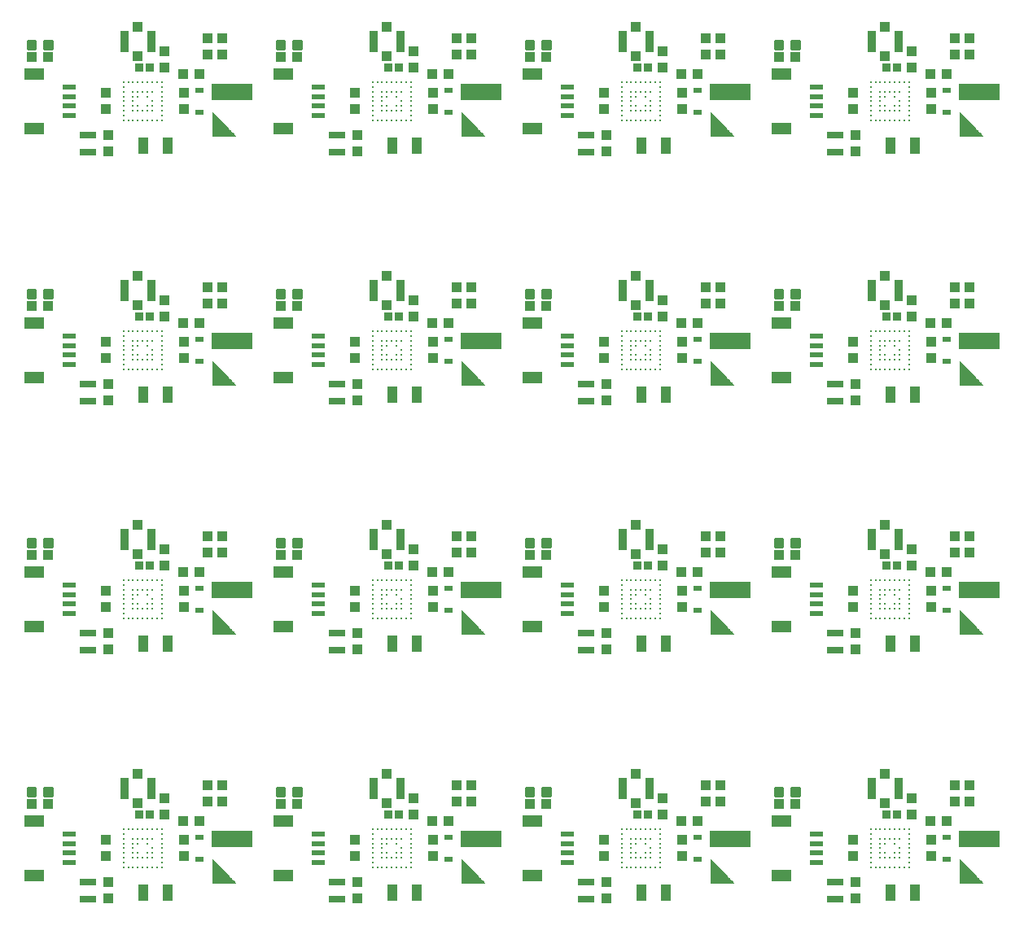
<source format=gtp>
G75*
%MOIN*%
%OFA0B0*%
%FSLAX25Y25*%
%IPPOS*%
%LPD*%
%AMOC8*
5,1,8,0,0,1.08239X$1,22.5*
%
%ADD10C,0.00984*%
%ADD11R,0.07874X0.04724*%
%ADD12R,0.05315X0.02362*%
%ADD13R,0.03937X0.04331*%
%ADD14R,0.03346X0.08661*%
%ADD15R,0.03937X0.04134*%
%ADD16R,0.03937X0.07087*%
%ADD17R,0.03268X0.02480*%
%ADD18C,0.01181*%
%ADD19R,0.04331X0.03937*%
%ADD20R,0.03346X0.03543*%
%ADD21C,0.00197*%
%ADD22R,0.16535X0.06693*%
%ADD23R,0.07087X0.03150*%
D10*
X0070892Y0070892D03*
X0070892Y0072860D03*
X0070892Y0074829D03*
X0070892Y0076797D03*
X0070892Y0078766D03*
X0070892Y0080734D03*
X0070892Y0082703D03*
X0070892Y0084671D03*
X0070892Y0086640D03*
X0072860Y0086640D03*
X0074829Y0086640D03*
X0076797Y0086640D03*
X0078766Y0086640D03*
X0080734Y0086640D03*
X0082703Y0086640D03*
X0084671Y0086640D03*
X0086640Y0086640D03*
X0086640Y0084671D03*
X0086640Y0082703D03*
X0086640Y0080734D03*
X0086640Y0078766D03*
X0086640Y0076797D03*
X0086640Y0074829D03*
X0086640Y0072860D03*
X0086640Y0070892D03*
X0084671Y0070892D03*
X0082703Y0070892D03*
X0080734Y0070892D03*
X0078766Y0070892D03*
X0076797Y0070892D03*
X0074829Y0070892D03*
X0072860Y0070892D03*
X0074829Y0074829D03*
X0074829Y0076797D03*
X0076797Y0076797D03*
X0076797Y0074829D03*
X0078766Y0074829D03*
X0080734Y0074829D03*
X0080734Y0076797D03*
X0082703Y0076797D03*
X0082703Y0074829D03*
X0082703Y0078766D03*
X0080734Y0080734D03*
X0080734Y0082703D03*
X0078766Y0082703D03*
X0076797Y0082703D03*
X0074829Y0082703D03*
X0074829Y0080734D03*
X0076797Y0080734D03*
X0074829Y0078766D03*
X0082703Y0082703D03*
X0172892Y0082703D03*
X0172892Y0084671D03*
X0172892Y0086640D03*
X0174860Y0086640D03*
X0176829Y0086640D03*
X0178797Y0086640D03*
X0180766Y0086640D03*
X0182734Y0086640D03*
X0184703Y0086640D03*
X0186671Y0086640D03*
X0188640Y0086640D03*
X0188640Y0084671D03*
X0188640Y0082703D03*
X0188640Y0080734D03*
X0188640Y0078766D03*
X0188640Y0076797D03*
X0188640Y0074829D03*
X0188640Y0072860D03*
X0188640Y0070892D03*
X0186671Y0070892D03*
X0184703Y0070892D03*
X0182734Y0070892D03*
X0180766Y0070892D03*
X0178797Y0070892D03*
X0176829Y0070892D03*
X0174860Y0070892D03*
X0172892Y0070892D03*
X0172892Y0072860D03*
X0172892Y0074829D03*
X0172892Y0076797D03*
X0172892Y0078766D03*
X0172892Y0080734D03*
X0176829Y0080734D03*
X0178797Y0080734D03*
X0178797Y0082703D03*
X0176829Y0082703D03*
X0180766Y0082703D03*
X0182734Y0082703D03*
X0182734Y0080734D03*
X0184703Y0078766D03*
X0184703Y0076797D03*
X0184703Y0074829D03*
X0182734Y0074829D03*
X0182734Y0076797D03*
X0180766Y0074829D03*
X0178797Y0074829D03*
X0178797Y0076797D03*
X0176829Y0076797D03*
X0176829Y0074829D03*
X0176829Y0078766D03*
X0184703Y0082703D03*
X0274892Y0082703D03*
X0274892Y0084671D03*
X0274892Y0086640D03*
X0276860Y0086640D03*
X0278829Y0086640D03*
X0280797Y0086640D03*
X0282766Y0086640D03*
X0284734Y0086640D03*
X0286703Y0086640D03*
X0288671Y0086640D03*
X0290640Y0086640D03*
X0290640Y0084671D03*
X0290640Y0082703D03*
X0290640Y0080734D03*
X0290640Y0078766D03*
X0290640Y0076797D03*
X0290640Y0074829D03*
X0290640Y0072860D03*
X0290640Y0070892D03*
X0288671Y0070892D03*
X0286703Y0070892D03*
X0284734Y0070892D03*
X0282766Y0070892D03*
X0280797Y0070892D03*
X0278829Y0070892D03*
X0276860Y0070892D03*
X0274892Y0070892D03*
X0274892Y0072860D03*
X0274892Y0074829D03*
X0274892Y0076797D03*
X0274892Y0078766D03*
X0274892Y0080734D03*
X0278829Y0080734D03*
X0280797Y0080734D03*
X0280797Y0082703D03*
X0278829Y0082703D03*
X0282766Y0082703D03*
X0284734Y0082703D03*
X0284734Y0080734D03*
X0286703Y0078766D03*
X0286703Y0076797D03*
X0286703Y0074829D03*
X0284734Y0074829D03*
X0284734Y0076797D03*
X0282766Y0074829D03*
X0280797Y0074829D03*
X0280797Y0076797D03*
X0278829Y0076797D03*
X0278829Y0074829D03*
X0278829Y0078766D03*
X0286703Y0082703D03*
X0376892Y0082703D03*
X0376892Y0084671D03*
X0376892Y0086640D03*
X0378860Y0086640D03*
X0380829Y0086640D03*
X0382797Y0086640D03*
X0384766Y0086640D03*
X0386734Y0086640D03*
X0388703Y0086640D03*
X0390671Y0086640D03*
X0392640Y0086640D03*
X0392640Y0084671D03*
X0392640Y0082703D03*
X0392640Y0080734D03*
X0392640Y0078766D03*
X0392640Y0076797D03*
X0392640Y0074829D03*
X0392640Y0072860D03*
X0392640Y0070892D03*
X0390671Y0070892D03*
X0388703Y0070892D03*
X0386734Y0070892D03*
X0384766Y0070892D03*
X0382797Y0070892D03*
X0380829Y0070892D03*
X0378860Y0070892D03*
X0376892Y0070892D03*
X0376892Y0072860D03*
X0376892Y0074829D03*
X0376892Y0076797D03*
X0376892Y0078766D03*
X0376892Y0080734D03*
X0380829Y0080734D03*
X0382797Y0080734D03*
X0382797Y0082703D03*
X0380829Y0082703D03*
X0384766Y0082703D03*
X0386734Y0082703D03*
X0386734Y0080734D03*
X0388703Y0078766D03*
X0388703Y0076797D03*
X0388703Y0074829D03*
X0386734Y0074829D03*
X0386734Y0076797D03*
X0384766Y0074829D03*
X0382797Y0074829D03*
X0382797Y0076797D03*
X0380829Y0076797D03*
X0380829Y0074829D03*
X0380829Y0078766D03*
X0388703Y0082703D03*
X0388703Y0172892D03*
X0390671Y0172892D03*
X0392640Y0172892D03*
X0392640Y0174860D03*
X0392640Y0176829D03*
X0392640Y0178797D03*
X0392640Y0180766D03*
X0392640Y0182734D03*
X0392640Y0184703D03*
X0392640Y0186671D03*
X0392640Y0188640D03*
X0390671Y0188640D03*
X0388703Y0188640D03*
X0386734Y0188640D03*
X0384766Y0188640D03*
X0382797Y0188640D03*
X0380829Y0188640D03*
X0378860Y0188640D03*
X0376892Y0188640D03*
X0376892Y0186671D03*
X0376892Y0184703D03*
X0376892Y0182734D03*
X0376892Y0180766D03*
X0376892Y0178797D03*
X0376892Y0176829D03*
X0376892Y0174860D03*
X0376892Y0172892D03*
X0378860Y0172892D03*
X0380829Y0172892D03*
X0382797Y0172892D03*
X0384766Y0172892D03*
X0386734Y0172892D03*
X0386734Y0176829D03*
X0386734Y0178797D03*
X0388703Y0178797D03*
X0388703Y0176829D03*
X0388703Y0180766D03*
X0386734Y0182734D03*
X0386734Y0184703D03*
X0384766Y0184703D03*
X0382797Y0184703D03*
X0380829Y0184703D03*
X0380829Y0182734D03*
X0382797Y0182734D03*
X0380829Y0180766D03*
X0380829Y0178797D03*
X0382797Y0178797D03*
X0382797Y0176829D03*
X0380829Y0176829D03*
X0384766Y0176829D03*
X0388703Y0184703D03*
X0388703Y0274892D03*
X0390671Y0274892D03*
X0392640Y0274892D03*
X0392640Y0276860D03*
X0392640Y0278829D03*
X0392640Y0280797D03*
X0392640Y0282766D03*
X0392640Y0284734D03*
X0392640Y0286703D03*
X0392640Y0288671D03*
X0392640Y0290640D03*
X0390671Y0290640D03*
X0388703Y0290640D03*
X0386734Y0290640D03*
X0384766Y0290640D03*
X0382797Y0290640D03*
X0380829Y0290640D03*
X0378860Y0290640D03*
X0376892Y0290640D03*
X0376892Y0288671D03*
X0376892Y0286703D03*
X0376892Y0284734D03*
X0376892Y0282766D03*
X0376892Y0280797D03*
X0376892Y0278829D03*
X0376892Y0276860D03*
X0376892Y0274892D03*
X0378860Y0274892D03*
X0380829Y0274892D03*
X0382797Y0274892D03*
X0384766Y0274892D03*
X0386734Y0274892D03*
X0386734Y0278829D03*
X0386734Y0280797D03*
X0388703Y0280797D03*
X0388703Y0278829D03*
X0388703Y0282766D03*
X0386734Y0284734D03*
X0386734Y0286703D03*
X0384766Y0286703D03*
X0382797Y0286703D03*
X0380829Y0286703D03*
X0380829Y0284734D03*
X0382797Y0284734D03*
X0380829Y0282766D03*
X0380829Y0280797D03*
X0382797Y0280797D03*
X0382797Y0278829D03*
X0380829Y0278829D03*
X0384766Y0278829D03*
X0388703Y0286703D03*
X0388703Y0376892D03*
X0390671Y0376892D03*
X0392640Y0376892D03*
X0392640Y0378860D03*
X0392640Y0380829D03*
X0392640Y0382797D03*
X0392640Y0384766D03*
X0392640Y0386734D03*
X0392640Y0388703D03*
X0392640Y0390671D03*
X0392640Y0392640D03*
X0390671Y0392640D03*
X0388703Y0392640D03*
X0386734Y0392640D03*
X0384766Y0392640D03*
X0382797Y0392640D03*
X0380829Y0392640D03*
X0378860Y0392640D03*
X0376892Y0392640D03*
X0376892Y0390671D03*
X0376892Y0388703D03*
X0376892Y0386734D03*
X0376892Y0384766D03*
X0376892Y0382797D03*
X0376892Y0380829D03*
X0376892Y0378860D03*
X0376892Y0376892D03*
X0378860Y0376892D03*
X0380829Y0376892D03*
X0382797Y0376892D03*
X0384766Y0376892D03*
X0386734Y0376892D03*
X0386734Y0380829D03*
X0386734Y0382797D03*
X0388703Y0382797D03*
X0388703Y0380829D03*
X0388703Y0384766D03*
X0386734Y0386734D03*
X0386734Y0388703D03*
X0384766Y0388703D03*
X0382797Y0388703D03*
X0380829Y0388703D03*
X0380829Y0386734D03*
X0382797Y0386734D03*
X0380829Y0384766D03*
X0380829Y0382797D03*
X0382797Y0382797D03*
X0382797Y0380829D03*
X0380829Y0380829D03*
X0384766Y0380829D03*
X0388703Y0388703D03*
X0290640Y0388703D03*
X0290640Y0390671D03*
X0290640Y0392640D03*
X0288671Y0392640D03*
X0286703Y0392640D03*
X0284734Y0392640D03*
X0282766Y0392640D03*
X0280797Y0392640D03*
X0278829Y0392640D03*
X0276860Y0392640D03*
X0274892Y0392640D03*
X0274892Y0390671D03*
X0274892Y0388703D03*
X0274892Y0386734D03*
X0274892Y0384766D03*
X0274892Y0382797D03*
X0274892Y0380829D03*
X0274892Y0378860D03*
X0274892Y0376892D03*
X0276860Y0376892D03*
X0278829Y0376892D03*
X0280797Y0376892D03*
X0282766Y0376892D03*
X0284734Y0376892D03*
X0286703Y0376892D03*
X0288671Y0376892D03*
X0290640Y0376892D03*
X0290640Y0378860D03*
X0290640Y0380829D03*
X0290640Y0382797D03*
X0290640Y0384766D03*
X0290640Y0386734D03*
X0286703Y0384766D03*
X0286703Y0382797D03*
X0286703Y0380829D03*
X0284734Y0380829D03*
X0284734Y0382797D03*
X0282766Y0380829D03*
X0280797Y0380829D03*
X0280797Y0382797D03*
X0278829Y0382797D03*
X0278829Y0380829D03*
X0278829Y0384766D03*
X0278829Y0386734D03*
X0280797Y0386734D03*
X0280797Y0388703D03*
X0278829Y0388703D03*
X0282766Y0388703D03*
X0284734Y0388703D03*
X0284734Y0386734D03*
X0286703Y0388703D03*
X0188640Y0388703D03*
X0188640Y0390671D03*
X0188640Y0392640D03*
X0186671Y0392640D03*
X0184703Y0392640D03*
X0182734Y0392640D03*
X0180766Y0392640D03*
X0178797Y0392640D03*
X0176829Y0392640D03*
X0174860Y0392640D03*
X0172892Y0392640D03*
X0172892Y0390671D03*
X0172892Y0388703D03*
X0172892Y0386734D03*
X0172892Y0384766D03*
X0172892Y0382797D03*
X0172892Y0380829D03*
X0172892Y0378860D03*
X0172892Y0376892D03*
X0174860Y0376892D03*
X0176829Y0376892D03*
X0178797Y0376892D03*
X0180766Y0376892D03*
X0182734Y0376892D03*
X0184703Y0376892D03*
X0186671Y0376892D03*
X0188640Y0376892D03*
X0188640Y0378860D03*
X0188640Y0380829D03*
X0188640Y0382797D03*
X0188640Y0384766D03*
X0188640Y0386734D03*
X0184703Y0384766D03*
X0184703Y0382797D03*
X0184703Y0380829D03*
X0182734Y0380829D03*
X0182734Y0382797D03*
X0180766Y0380829D03*
X0178797Y0380829D03*
X0178797Y0382797D03*
X0176829Y0382797D03*
X0176829Y0380829D03*
X0176829Y0384766D03*
X0176829Y0386734D03*
X0178797Y0386734D03*
X0178797Y0388703D03*
X0176829Y0388703D03*
X0180766Y0388703D03*
X0182734Y0388703D03*
X0182734Y0386734D03*
X0184703Y0388703D03*
X0086640Y0388703D03*
X0086640Y0390671D03*
X0086640Y0392640D03*
X0084671Y0392640D03*
X0082703Y0392640D03*
X0080734Y0392640D03*
X0078766Y0392640D03*
X0076797Y0392640D03*
X0074829Y0392640D03*
X0072860Y0392640D03*
X0070892Y0392640D03*
X0070892Y0390671D03*
X0070892Y0388703D03*
X0070892Y0386734D03*
X0070892Y0384766D03*
X0070892Y0382797D03*
X0070892Y0380829D03*
X0070892Y0378860D03*
X0070892Y0376892D03*
X0072860Y0376892D03*
X0074829Y0376892D03*
X0076797Y0376892D03*
X0078766Y0376892D03*
X0080734Y0376892D03*
X0082703Y0376892D03*
X0084671Y0376892D03*
X0086640Y0376892D03*
X0086640Y0378860D03*
X0086640Y0380829D03*
X0086640Y0382797D03*
X0086640Y0384766D03*
X0086640Y0386734D03*
X0082703Y0384766D03*
X0082703Y0382797D03*
X0082703Y0380829D03*
X0080734Y0380829D03*
X0080734Y0382797D03*
X0078766Y0380829D03*
X0076797Y0380829D03*
X0076797Y0382797D03*
X0074829Y0382797D03*
X0074829Y0380829D03*
X0074829Y0384766D03*
X0074829Y0386734D03*
X0076797Y0386734D03*
X0076797Y0388703D03*
X0074829Y0388703D03*
X0078766Y0388703D03*
X0080734Y0388703D03*
X0082703Y0388703D03*
X0080734Y0386734D03*
X0080734Y0290640D03*
X0078766Y0290640D03*
X0076797Y0290640D03*
X0074829Y0290640D03*
X0072860Y0290640D03*
X0070892Y0290640D03*
X0070892Y0288671D03*
X0070892Y0286703D03*
X0070892Y0284734D03*
X0070892Y0282766D03*
X0070892Y0280797D03*
X0070892Y0278829D03*
X0070892Y0276860D03*
X0070892Y0274892D03*
X0072860Y0274892D03*
X0074829Y0274892D03*
X0076797Y0274892D03*
X0078766Y0274892D03*
X0080734Y0274892D03*
X0082703Y0274892D03*
X0084671Y0274892D03*
X0086640Y0274892D03*
X0086640Y0276860D03*
X0086640Y0278829D03*
X0086640Y0280797D03*
X0086640Y0282766D03*
X0086640Y0284734D03*
X0086640Y0286703D03*
X0086640Y0288671D03*
X0086640Y0290640D03*
X0084671Y0290640D03*
X0082703Y0290640D03*
X0082703Y0286703D03*
X0080734Y0286703D03*
X0078766Y0286703D03*
X0076797Y0286703D03*
X0074829Y0286703D03*
X0074829Y0284734D03*
X0076797Y0284734D03*
X0074829Y0282766D03*
X0074829Y0280797D03*
X0076797Y0280797D03*
X0076797Y0278829D03*
X0074829Y0278829D03*
X0078766Y0278829D03*
X0080734Y0278829D03*
X0080734Y0280797D03*
X0082703Y0280797D03*
X0082703Y0278829D03*
X0082703Y0282766D03*
X0080734Y0284734D03*
X0172892Y0284734D03*
X0172892Y0282766D03*
X0172892Y0280797D03*
X0172892Y0278829D03*
X0172892Y0276860D03*
X0172892Y0274892D03*
X0174860Y0274892D03*
X0176829Y0274892D03*
X0178797Y0274892D03*
X0180766Y0274892D03*
X0182734Y0274892D03*
X0184703Y0274892D03*
X0186671Y0274892D03*
X0188640Y0274892D03*
X0188640Y0276860D03*
X0188640Y0278829D03*
X0188640Y0280797D03*
X0188640Y0282766D03*
X0188640Y0284734D03*
X0188640Y0286703D03*
X0188640Y0288671D03*
X0188640Y0290640D03*
X0186671Y0290640D03*
X0184703Y0290640D03*
X0182734Y0290640D03*
X0180766Y0290640D03*
X0178797Y0290640D03*
X0176829Y0290640D03*
X0174860Y0290640D03*
X0172892Y0290640D03*
X0172892Y0288671D03*
X0172892Y0286703D03*
X0176829Y0286703D03*
X0178797Y0286703D03*
X0178797Y0284734D03*
X0176829Y0284734D03*
X0176829Y0282766D03*
X0176829Y0280797D03*
X0178797Y0280797D03*
X0178797Y0278829D03*
X0176829Y0278829D03*
X0180766Y0278829D03*
X0182734Y0278829D03*
X0182734Y0280797D03*
X0184703Y0280797D03*
X0184703Y0278829D03*
X0184703Y0282766D03*
X0182734Y0284734D03*
X0182734Y0286703D03*
X0180766Y0286703D03*
X0184703Y0286703D03*
X0274892Y0286703D03*
X0274892Y0288671D03*
X0274892Y0290640D03*
X0276860Y0290640D03*
X0278829Y0290640D03*
X0280797Y0290640D03*
X0282766Y0290640D03*
X0284734Y0290640D03*
X0286703Y0290640D03*
X0288671Y0290640D03*
X0290640Y0290640D03*
X0290640Y0288671D03*
X0290640Y0286703D03*
X0290640Y0284734D03*
X0290640Y0282766D03*
X0290640Y0280797D03*
X0290640Y0278829D03*
X0290640Y0276860D03*
X0290640Y0274892D03*
X0288671Y0274892D03*
X0286703Y0274892D03*
X0284734Y0274892D03*
X0282766Y0274892D03*
X0280797Y0274892D03*
X0278829Y0274892D03*
X0276860Y0274892D03*
X0274892Y0274892D03*
X0274892Y0276860D03*
X0274892Y0278829D03*
X0274892Y0280797D03*
X0274892Y0282766D03*
X0274892Y0284734D03*
X0278829Y0284734D03*
X0280797Y0284734D03*
X0280797Y0286703D03*
X0278829Y0286703D03*
X0282766Y0286703D03*
X0284734Y0286703D03*
X0284734Y0284734D03*
X0286703Y0282766D03*
X0286703Y0280797D03*
X0286703Y0278829D03*
X0284734Y0278829D03*
X0284734Y0280797D03*
X0282766Y0278829D03*
X0280797Y0278829D03*
X0280797Y0280797D03*
X0278829Y0280797D03*
X0278829Y0278829D03*
X0278829Y0282766D03*
X0286703Y0286703D03*
X0286703Y0188640D03*
X0288671Y0188640D03*
X0290640Y0188640D03*
X0290640Y0186671D03*
X0290640Y0184703D03*
X0290640Y0182734D03*
X0290640Y0180766D03*
X0290640Y0178797D03*
X0290640Y0176829D03*
X0290640Y0174860D03*
X0290640Y0172892D03*
X0288671Y0172892D03*
X0286703Y0172892D03*
X0284734Y0172892D03*
X0282766Y0172892D03*
X0280797Y0172892D03*
X0278829Y0172892D03*
X0276860Y0172892D03*
X0274892Y0172892D03*
X0274892Y0174860D03*
X0274892Y0176829D03*
X0274892Y0178797D03*
X0274892Y0180766D03*
X0274892Y0182734D03*
X0274892Y0184703D03*
X0274892Y0186671D03*
X0274892Y0188640D03*
X0276860Y0188640D03*
X0278829Y0188640D03*
X0280797Y0188640D03*
X0282766Y0188640D03*
X0284734Y0188640D03*
X0284734Y0184703D03*
X0282766Y0184703D03*
X0280797Y0184703D03*
X0278829Y0184703D03*
X0278829Y0182734D03*
X0280797Y0182734D03*
X0278829Y0180766D03*
X0278829Y0178797D03*
X0280797Y0178797D03*
X0280797Y0176829D03*
X0278829Y0176829D03*
X0282766Y0176829D03*
X0284734Y0176829D03*
X0284734Y0178797D03*
X0286703Y0178797D03*
X0286703Y0176829D03*
X0286703Y0180766D03*
X0284734Y0182734D03*
X0286703Y0184703D03*
X0188640Y0184703D03*
X0188640Y0186671D03*
X0188640Y0188640D03*
X0186671Y0188640D03*
X0184703Y0188640D03*
X0182734Y0188640D03*
X0180766Y0188640D03*
X0178797Y0188640D03*
X0176829Y0188640D03*
X0174860Y0188640D03*
X0172892Y0188640D03*
X0172892Y0186671D03*
X0172892Y0184703D03*
X0172892Y0182734D03*
X0172892Y0180766D03*
X0172892Y0178797D03*
X0172892Y0176829D03*
X0172892Y0174860D03*
X0172892Y0172892D03*
X0174860Y0172892D03*
X0176829Y0172892D03*
X0178797Y0172892D03*
X0180766Y0172892D03*
X0182734Y0172892D03*
X0184703Y0172892D03*
X0186671Y0172892D03*
X0188640Y0172892D03*
X0188640Y0174860D03*
X0188640Y0176829D03*
X0188640Y0178797D03*
X0188640Y0180766D03*
X0188640Y0182734D03*
X0184703Y0180766D03*
X0184703Y0178797D03*
X0184703Y0176829D03*
X0182734Y0176829D03*
X0182734Y0178797D03*
X0180766Y0176829D03*
X0178797Y0176829D03*
X0178797Y0178797D03*
X0176829Y0178797D03*
X0176829Y0176829D03*
X0176829Y0180766D03*
X0176829Y0182734D03*
X0178797Y0182734D03*
X0178797Y0184703D03*
X0176829Y0184703D03*
X0180766Y0184703D03*
X0182734Y0184703D03*
X0182734Y0182734D03*
X0184703Y0184703D03*
X0086640Y0184703D03*
X0086640Y0186671D03*
X0086640Y0188640D03*
X0084671Y0188640D03*
X0082703Y0188640D03*
X0080734Y0188640D03*
X0078766Y0188640D03*
X0076797Y0188640D03*
X0074829Y0188640D03*
X0072860Y0188640D03*
X0070892Y0188640D03*
X0070892Y0186671D03*
X0070892Y0184703D03*
X0070892Y0182734D03*
X0070892Y0180766D03*
X0070892Y0178797D03*
X0070892Y0176829D03*
X0070892Y0174860D03*
X0070892Y0172892D03*
X0072860Y0172892D03*
X0074829Y0172892D03*
X0076797Y0172892D03*
X0078766Y0172892D03*
X0080734Y0172892D03*
X0082703Y0172892D03*
X0084671Y0172892D03*
X0086640Y0172892D03*
X0086640Y0174860D03*
X0086640Y0176829D03*
X0086640Y0178797D03*
X0086640Y0180766D03*
X0086640Y0182734D03*
X0082703Y0180766D03*
X0082703Y0178797D03*
X0082703Y0176829D03*
X0080734Y0176829D03*
X0080734Y0178797D03*
X0078766Y0176829D03*
X0076797Y0176829D03*
X0076797Y0178797D03*
X0074829Y0178797D03*
X0074829Y0176829D03*
X0074829Y0180766D03*
X0074829Y0182734D03*
X0076797Y0182734D03*
X0076797Y0184703D03*
X0074829Y0184703D03*
X0078766Y0184703D03*
X0080734Y0184703D03*
X0080734Y0182734D03*
X0082703Y0184703D03*
D11*
X0034281Y0191774D03*
X0034281Y0169726D03*
X0034281Y0089774D03*
X0034281Y0067726D03*
X0136281Y0067726D03*
X0136281Y0089774D03*
X0136281Y0169726D03*
X0136281Y0191774D03*
X0136281Y0271726D03*
X0136281Y0293774D03*
X0136281Y0373726D03*
X0136281Y0395774D03*
X0034281Y0395774D03*
X0034281Y0373726D03*
X0034281Y0293774D03*
X0034281Y0271726D03*
X0238281Y0271726D03*
X0238281Y0293774D03*
X0238281Y0373726D03*
X0238281Y0395774D03*
X0340281Y0395774D03*
X0340281Y0373726D03*
X0340281Y0293774D03*
X0340281Y0271726D03*
X0340281Y0191774D03*
X0340281Y0169726D03*
X0340281Y0089774D03*
X0340281Y0067726D03*
X0238281Y0067726D03*
X0238281Y0089774D03*
X0238281Y0169726D03*
X0238281Y0191774D03*
D12*
X0252750Y0186656D03*
X0252750Y0182719D03*
X0252750Y0178781D03*
X0252750Y0174844D03*
X0252750Y0084656D03*
X0252750Y0080719D03*
X0252750Y0076781D03*
X0252750Y0072844D03*
X0150750Y0072844D03*
X0150750Y0076781D03*
X0150750Y0080719D03*
X0150750Y0084656D03*
X0150750Y0174844D03*
X0150750Y0178781D03*
X0150750Y0182719D03*
X0150750Y0186656D03*
X0150750Y0276844D03*
X0150750Y0280781D03*
X0150750Y0284719D03*
X0150750Y0288656D03*
X0150750Y0378844D03*
X0150750Y0382781D03*
X0150750Y0386719D03*
X0150750Y0390656D03*
X0252750Y0390656D03*
X0252750Y0386719D03*
X0252750Y0382781D03*
X0252750Y0378844D03*
X0252750Y0288656D03*
X0252750Y0284719D03*
X0252750Y0280781D03*
X0252750Y0276844D03*
X0354750Y0276844D03*
X0354750Y0280781D03*
X0354750Y0284719D03*
X0354750Y0288656D03*
X0354750Y0378844D03*
X0354750Y0382781D03*
X0354750Y0386719D03*
X0354750Y0390656D03*
X0354750Y0186656D03*
X0354750Y0182719D03*
X0354750Y0178781D03*
X0354750Y0174844D03*
X0354750Y0084656D03*
X0354750Y0080719D03*
X0354750Y0076781D03*
X0354750Y0072844D03*
X0048750Y0072844D03*
X0048750Y0076781D03*
X0048750Y0080719D03*
X0048750Y0084656D03*
X0048750Y0174844D03*
X0048750Y0178781D03*
X0048750Y0182719D03*
X0048750Y0186656D03*
X0048750Y0276844D03*
X0048750Y0280781D03*
X0048750Y0284719D03*
X0048750Y0288656D03*
X0048750Y0378844D03*
X0048750Y0382781D03*
X0048750Y0386719D03*
X0048750Y0390656D03*
D13*
X0063750Y0388096D03*
X0063750Y0381404D03*
X0064650Y0370796D03*
X0064650Y0364104D03*
X0095650Y0381404D03*
X0095650Y0388096D03*
X0087850Y0398404D03*
X0087850Y0405096D03*
X0105250Y0404004D03*
X0111350Y0404004D03*
X0111350Y0410696D03*
X0105250Y0410696D03*
X0165750Y0388096D03*
X0165750Y0381404D03*
X0166650Y0370796D03*
X0166650Y0364104D03*
X0197650Y0381404D03*
X0197650Y0388096D03*
X0189850Y0398404D03*
X0189850Y0405096D03*
X0207250Y0404004D03*
X0213350Y0404004D03*
X0213350Y0410696D03*
X0207250Y0410696D03*
X0267750Y0388096D03*
X0267750Y0381404D03*
X0268650Y0370796D03*
X0268650Y0364104D03*
X0299650Y0381404D03*
X0299650Y0388096D03*
X0291850Y0398404D03*
X0291850Y0405096D03*
X0309250Y0404004D03*
X0315350Y0404004D03*
X0315350Y0410696D03*
X0309250Y0410696D03*
X0369750Y0388096D03*
X0369750Y0381404D03*
X0370650Y0370796D03*
X0370650Y0364104D03*
X0401650Y0381404D03*
X0401650Y0388096D03*
X0393850Y0398404D03*
X0393850Y0405096D03*
X0411250Y0404004D03*
X0417350Y0404004D03*
X0417350Y0410696D03*
X0411250Y0410696D03*
X0411250Y0308696D03*
X0417350Y0308696D03*
X0417350Y0302004D03*
X0411250Y0302004D03*
X0393850Y0303096D03*
X0393850Y0296404D03*
X0401650Y0286096D03*
X0401650Y0279404D03*
X0369750Y0279404D03*
X0369750Y0286096D03*
X0370650Y0268796D03*
X0370650Y0262104D03*
X0315350Y0302004D03*
X0309250Y0302004D03*
X0309250Y0308696D03*
X0315350Y0308696D03*
X0291850Y0303096D03*
X0291850Y0296404D03*
X0299650Y0286096D03*
X0299650Y0279404D03*
X0267750Y0279404D03*
X0267750Y0286096D03*
X0268650Y0268796D03*
X0268650Y0262104D03*
X0213350Y0302004D03*
X0207250Y0302004D03*
X0207250Y0308696D03*
X0213350Y0308696D03*
X0189850Y0303096D03*
X0189850Y0296404D03*
X0197650Y0286096D03*
X0197650Y0279404D03*
X0165750Y0279404D03*
X0165750Y0286096D03*
X0166650Y0268796D03*
X0166650Y0262104D03*
X0111350Y0302004D03*
X0105250Y0302004D03*
X0105250Y0308696D03*
X0111350Y0308696D03*
X0087850Y0303096D03*
X0087850Y0296404D03*
X0095650Y0286096D03*
X0095650Y0279404D03*
X0064650Y0268796D03*
X0064650Y0262104D03*
X0063750Y0279404D03*
X0063750Y0286096D03*
X0105250Y0206696D03*
X0111350Y0206696D03*
X0111350Y0200004D03*
X0105250Y0200004D03*
X0087850Y0201096D03*
X0087850Y0194404D03*
X0095650Y0184096D03*
X0095650Y0177404D03*
X0064650Y0166796D03*
X0064650Y0160104D03*
X0063750Y0177404D03*
X0063750Y0184096D03*
X0105250Y0104696D03*
X0111350Y0104696D03*
X0111350Y0098004D03*
X0105250Y0098004D03*
X0087850Y0099096D03*
X0087850Y0092404D03*
X0095650Y0082096D03*
X0095650Y0075404D03*
X0064650Y0064796D03*
X0064650Y0058104D03*
X0063750Y0075404D03*
X0063750Y0082096D03*
X0165750Y0082096D03*
X0165750Y0075404D03*
X0166650Y0064796D03*
X0166650Y0058104D03*
X0197650Y0075404D03*
X0197650Y0082096D03*
X0189850Y0092404D03*
X0189850Y0099096D03*
X0207250Y0098004D03*
X0213350Y0098004D03*
X0213350Y0104696D03*
X0207250Y0104696D03*
X0267750Y0082096D03*
X0267750Y0075404D03*
X0268650Y0064796D03*
X0268650Y0058104D03*
X0299650Y0075404D03*
X0299650Y0082096D03*
X0291850Y0092404D03*
X0291850Y0099096D03*
X0309250Y0098004D03*
X0315350Y0098004D03*
X0315350Y0104696D03*
X0309250Y0104696D03*
X0369750Y0082096D03*
X0369750Y0075404D03*
X0370650Y0064796D03*
X0370650Y0058104D03*
X0401650Y0075404D03*
X0401650Y0082096D03*
X0393850Y0092404D03*
X0393850Y0099096D03*
X0411250Y0098004D03*
X0417350Y0098004D03*
X0417350Y0104696D03*
X0411250Y0104696D03*
X0370650Y0160104D03*
X0370650Y0166796D03*
X0369750Y0177404D03*
X0369750Y0184096D03*
X0393850Y0194404D03*
X0393850Y0201096D03*
X0411250Y0200004D03*
X0417350Y0200004D03*
X0417350Y0206696D03*
X0411250Y0206696D03*
X0401650Y0184096D03*
X0401650Y0177404D03*
X0315350Y0200004D03*
X0309250Y0200004D03*
X0309250Y0206696D03*
X0315350Y0206696D03*
X0291850Y0201096D03*
X0291850Y0194404D03*
X0299650Y0184096D03*
X0299650Y0177404D03*
X0267750Y0177404D03*
X0267750Y0184096D03*
X0268650Y0166796D03*
X0268650Y0160104D03*
X0213350Y0200004D03*
X0207250Y0200004D03*
X0207250Y0206696D03*
X0213350Y0206696D03*
X0189850Y0201096D03*
X0189850Y0194404D03*
X0197650Y0184096D03*
X0197650Y0177404D03*
X0165750Y0177404D03*
X0165750Y0184096D03*
X0166650Y0166796D03*
X0166650Y0160104D03*
D14*
X0173437Y0205250D03*
X0184263Y0205250D03*
X0275437Y0205250D03*
X0286263Y0205250D03*
X0377437Y0205250D03*
X0388263Y0205250D03*
X0388263Y0103250D03*
X0377437Y0103250D03*
X0286263Y0103250D03*
X0275437Y0103250D03*
X0184263Y0103250D03*
X0173437Y0103250D03*
X0082263Y0103250D03*
X0071437Y0103250D03*
X0071437Y0205250D03*
X0082263Y0205250D03*
X0082263Y0307250D03*
X0071437Y0307250D03*
X0173437Y0307250D03*
X0184263Y0307250D03*
X0275437Y0307250D03*
X0286263Y0307250D03*
X0377437Y0307250D03*
X0388263Y0307250D03*
X0388263Y0409250D03*
X0377437Y0409250D03*
X0286263Y0409250D03*
X0275437Y0409250D03*
X0184263Y0409250D03*
X0173437Y0409250D03*
X0082263Y0409250D03*
X0071437Y0409250D03*
D15*
X0076850Y0403246D03*
X0076850Y0415254D03*
X0178850Y0415254D03*
X0178850Y0403246D03*
X0178850Y0313254D03*
X0178850Y0301246D03*
X0178850Y0211254D03*
X0178850Y0199246D03*
X0178850Y0109254D03*
X0178850Y0097246D03*
X0076850Y0097246D03*
X0076850Y0109254D03*
X0076850Y0199246D03*
X0076850Y0211254D03*
X0076850Y0301246D03*
X0076850Y0313254D03*
X0280850Y0313254D03*
X0280850Y0301246D03*
X0280850Y0211254D03*
X0280850Y0199246D03*
X0280850Y0109254D03*
X0280850Y0097246D03*
X0382850Y0097246D03*
X0382850Y0109254D03*
X0382850Y0199246D03*
X0382850Y0211254D03*
X0382850Y0301246D03*
X0382850Y0313254D03*
X0382850Y0403246D03*
X0382850Y0415254D03*
X0280850Y0415254D03*
X0280850Y0403246D03*
D16*
X0283029Y0366450D03*
X0292871Y0366450D03*
X0385029Y0366450D03*
X0394871Y0366450D03*
X0394871Y0264450D03*
X0385029Y0264450D03*
X0292871Y0264450D03*
X0283029Y0264450D03*
X0190871Y0264450D03*
X0181029Y0264450D03*
X0088871Y0264450D03*
X0079029Y0264450D03*
X0079029Y0162450D03*
X0088871Y0162450D03*
X0181029Y0162450D03*
X0190871Y0162450D03*
X0283029Y0162450D03*
X0292871Y0162450D03*
X0385029Y0162450D03*
X0394871Y0162450D03*
X0394871Y0060450D03*
X0385029Y0060450D03*
X0292871Y0060450D03*
X0283029Y0060450D03*
X0190871Y0060450D03*
X0181029Y0060450D03*
X0088871Y0060450D03*
X0079029Y0060450D03*
X0079029Y0366450D03*
X0088871Y0366450D03*
X0181029Y0366450D03*
X0190871Y0366450D03*
D17*
X0203950Y0380122D03*
X0203950Y0389178D03*
X0101950Y0389178D03*
X0101950Y0380122D03*
X0101950Y0287178D03*
X0101950Y0278122D03*
X0101950Y0185178D03*
X0101950Y0176122D03*
X0101950Y0083178D03*
X0101950Y0074122D03*
X0203950Y0074122D03*
X0203950Y0083178D03*
X0203950Y0176122D03*
X0203950Y0185178D03*
X0203950Y0278122D03*
X0203950Y0287178D03*
X0305950Y0287178D03*
X0305950Y0278122D03*
X0305950Y0185178D03*
X0305950Y0176122D03*
X0305950Y0083178D03*
X0305950Y0074122D03*
X0407950Y0074122D03*
X0407950Y0083178D03*
X0407950Y0176122D03*
X0407950Y0185178D03*
X0407950Y0278122D03*
X0407950Y0287178D03*
X0407950Y0380122D03*
X0407950Y0389178D03*
X0305950Y0389178D03*
X0305950Y0380122D03*
D18*
X0337919Y0406372D02*
X0337919Y0409128D01*
X0340675Y0409128D01*
X0340675Y0406372D01*
X0337919Y0406372D01*
X0337919Y0407494D02*
X0340675Y0407494D01*
X0340675Y0408616D02*
X0337919Y0408616D01*
X0344825Y0409128D02*
X0344825Y0406372D01*
X0344825Y0409128D02*
X0347581Y0409128D01*
X0347581Y0406372D01*
X0344825Y0406372D01*
X0344825Y0407494D02*
X0347581Y0407494D01*
X0347581Y0408616D02*
X0344825Y0408616D01*
X0242825Y0409128D02*
X0242825Y0406372D01*
X0242825Y0409128D02*
X0245581Y0409128D01*
X0245581Y0406372D01*
X0242825Y0406372D01*
X0242825Y0407494D02*
X0245581Y0407494D01*
X0245581Y0408616D02*
X0242825Y0408616D01*
X0235919Y0409128D02*
X0235919Y0406372D01*
X0235919Y0409128D02*
X0238675Y0409128D01*
X0238675Y0406372D01*
X0235919Y0406372D01*
X0235919Y0407494D02*
X0238675Y0407494D01*
X0238675Y0408616D02*
X0235919Y0408616D01*
X0140825Y0409128D02*
X0140825Y0406372D01*
X0140825Y0409128D02*
X0143581Y0409128D01*
X0143581Y0406372D01*
X0140825Y0406372D01*
X0140825Y0407494D02*
X0143581Y0407494D01*
X0143581Y0408616D02*
X0140825Y0408616D01*
X0133919Y0409128D02*
X0133919Y0406372D01*
X0133919Y0409128D02*
X0136675Y0409128D01*
X0136675Y0406372D01*
X0133919Y0406372D01*
X0133919Y0407494D02*
X0136675Y0407494D01*
X0136675Y0408616D02*
X0133919Y0408616D01*
X0038825Y0409128D02*
X0038825Y0406372D01*
X0038825Y0409128D02*
X0041581Y0409128D01*
X0041581Y0406372D01*
X0038825Y0406372D01*
X0038825Y0407494D02*
X0041581Y0407494D01*
X0041581Y0408616D02*
X0038825Y0408616D01*
X0031919Y0409128D02*
X0031919Y0406372D01*
X0031919Y0409128D02*
X0034675Y0409128D01*
X0034675Y0406372D01*
X0031919Y0406372D01*
X0031919Y0407494D02*
X0034675Y0407494D01*
X0034675Y0408616D02*
X0031919Y0408616D01*
X0031919Y0307128D02*
X0031919Y0304372D01*
X0031919Y0307128D02*
X0034675Y0307128D01*
X0034675Y0304372D01*
X0031919Y0304372D01*
X0031919Y0305494D02*
X0034675Y0305494D01*
X0034675Y0306616D02*
X0031919Y0306616D01*
X0038825Y0307128D02*
X0038825Y0304372D01*
X0038825Y0307128D02*
X0041581Y0307128D01*
X0041581Y0304372D01*
X0038825Y0304372D01*
X0038825Y0305494D02*
X0041581Y0305494D01*
X0041581Y0306616D02*
X0038825Y0306616D01*
X0133919Y0307128D02*
X0133919Y0304372D01*
X0133919Y0307128D02*
X0136675Y0307128D01*
X0136675Y0304372D01*
X0133919Y0304372D01*
X0133919Y0305494D02*
X0136675Y0305494D01*
X0136675Y0306616D02*
X0133919Y0306616D01*
X0140825Y0307128D02*
X0140825Y0304372D01*
X0140825Y0307128D02*
X0143581Y0307128D01*
X0143581Y0304372D01*
X0140825Y0304372D01*
X0140825Y0305494D02*
X0143581Y0305494D01*
X0143581Y0306616D02*
X0140825Y0306616D01*
X0235919Y0307128D02*
X0235919Y0304372D01*
X0235919Y0307128D02*
X0238675Y0307128D01*
X0238675Y0304372D01*
X0235919Y0304372D01*
X0235919Y0305494D02*
X0238675Y0305494D01*
X0238675Y0306616D02*
X0235919Y0306616D01*
X0242825Y0307128D02*
X0242825Y0304372D01*
X0242825Y0307128D02*
X0245581Y0307128D01*
X0245581Y0304372D01*
X0242825Y0304372D01*
X0242825Y0305494D02*
X0245581Y0305494D01*
X0245581Y0306616D02*
X0242825Y0306616D01*
X0337919Y0307128D02*
X0337919Y0304372D01*
X0337919Y0307128D02*
X0340675Y0307128D01*
X0340675Y0304372D01*
X0337919Y0304372D01*
X0337919Y0305494D02*
X0340675Y0305494D01*
X0340675Y0306616D02*
X0337919Y0306616D01*
X0344825Y0307128D02*
X0344825Y0304372D01*
X0344825Y0307128D02*
X0347581Y0307128D01*
X0347581Y0304372D01*
X0344825Y0304372D01*
X0344825Y0305494D02*
X0347581Y0305494D01*
X0347581Y0306616D02*
X0344825Y0306616D01*
X0344825Y0205128D02*
X0344825Y0202372D01*
X0344825Y0205128D02*
X0347581Y0205128D01*
X0347581Y0202372D01*
X0344825Y0202372D01*
X0344825Y0203494D02*
X0347581Y0203494D01*
X0347581Y0204616D02*
X0344825Y0204616D01*
X0337919Y0205128D02*
X0337919Y0202372D01*
X0337919Y0205128D02*
X0340675Y0205128D01*
X0340675Y0202372D01*
X0337919Y0202372D01*
X0337919Y0203494D02*
X0340675Y0203494D01*
X0340675Y0204616D02*
X0337919Y0204616D01*
X0242825Y0205128D02*
X0242825Y0202372D01*
X0242825Y0205128D02*
X0245581Y0205128D01*
X0245581Y0202372D01*
X0242825Y0202372D01*
X0242825Y0203494D02*
X0245581Y0203494D01*
X0245581Y0204616D02*
X0242825Y0204616D01*
X0235919Y0205128D02*
X0235919Y0202372D01*
X0235919Y0205128D02*
X0238675Y0205128D01*
X0238675Y0202372D01*
X0235919Y0202372D01*
X0235919Y0203494D02*
X0238675Y0203494D01*
X0238675Y0204616D02*
X0235919Y0204616D01*
X0140825Y0205128D02*
X0140825Y0202372D01*
X0140825Y0205128D02*
X0143581Y0205128D01*
X0143581Y0202372D01*
X0140825Y0202372D01*
X0140825Y0203494D02*
X0143581Y0203494D01*
X0143581Y0204616D02*
X0140825Y0204616D01*
X0133919Y0205128D02*
X0133919Y0202372D01*
X0133919Y0205128D02*
X0136675Y0205128D01*
X0136675Y0202372D01*
X0133919Y0202372D01*
X0133919Y0203494D02*
X0136675Y0203494D01*
X0136675Y0204616D02*
X0133919Y0204616D01*
X0038825Y0205128D02*
X0038825Y0202372D01*
X0038825Y0205128D02*
X0041581Y0205128D01*
X0041581Y0202372D01*
X0038825Y0202372D01*
X0038825Y0203494D02*
X0041581Y0203494D01*
X0041581Y0204616D02*
X0038825Y0204616D01*
X0031919Y0205128D02*
X0031919Y0202372D01*
X0031919Y0205128D02*
X0034675Y0205128D01*
X0034675Y0202372D01*
X0031919Y0202372D01*
X0031919Y0203494D02*
X0034675Y0203494D01*
X0034675Y0204616D02*
X0031919Y0204616D01*
X0031919Y0103128D02*
X0031919Y0100372D01*
X0031919Y0103128D02*
X0034675Y0103128D01*
X0034675Y0100372D01*
X0031919Y0100372D01*
X0031919Y0101494D02*
X0034675Y0101494D01*
X0034675Y0102616D02*
X0031919Y0102616D01*
X0038825Y0103128D02*
X0038825Y0100372D01*
X0038825Y0103128D02*
X0041581Y0103128D01*
X0041581Y0100372D01*
X0038825Y0100372D01*
X0038825Y0101494D02*
X0041581Y0101494D01*
X0041581Y0102616D02*
X0038825Y0102616D01*
X0133919Y0103128D02*
X0133919Y0100372D01*
X0133919Y0103128D02*
X0136675Y0103128D01*
X0136675Y0100372D01*
X0133919Y0100372D01*
X0133919Y0101494D02*
X0136675Y0101494D01*
X0136675Y0102616D02*
X0133919Y0102616D01*
X0140825Y0103128D02*
X0140825Y0100372D01*
X0140825Y0103128D02*
X0143581Y0103128D01*
X0143581Y0100372D01*
X0140825Y0100372D01*
X0140825Y0101494D02*
X0143581Y0101494D01*
X0143581Y0102616D02*
X0140825Y0102616D01*
X0235919Y0103128D02*
X0235919Y0100372D01*
X0235919Y0103128D02*
X0238675Y0103128D01*
X0238675Y0100372D01*
X0235919Y0100372D01*
X0235919Y0101494D02*
X0238675Y0101494D01*
X0238675Y0102616D02*
X0235919Y0102616D01*
X0242825Y0103128D02*
X0242825Y0100372D01*
X0242825Y0103128D02*
X0245581Y0103128D01*
X0245581Y0100372D01*
X0242825Y0100372D01*
X0242825Y0101494D02*
X0245581Y0101494D01*
X0245581Y0102616D02*
X0242825Y0102616D01*
X0337919Y0103128D02*
X0337919Y0100372D01*
X0337919Y0103128D02*
X0340675Y0103128D01*
X0340675Y0100372D01*
X0337919Y0100372D01*
X0337919Y0101494D02*
X0340675Y0101494D01*
X0340675Y0102616D02*
X0337919Y0102616D01*
X0344825Y0103128D02*
X0344825Y0100372D01*
X0344825Y0103128D02*
X0347581Y0103128D01*
X0347581Y0100372D01*
X0344825Y0100372D01*
X0344825Y0101494D02*
X0347581Y0101494D01*
X0347581Y0102616D02*
X0344825Y0102616D01*
D19*
X0346096Y0096750D03*
X0339404Y0096750D03*
X0306096Y0089750D03*
X0299404Y0089750D03*
X0244096Y0096750D03*
X0237404Y0096750D03*
X0204096Y0089750D03*
X0197404Y0089750D03*
X0142096Y0096750D03*
X0135404Y0096750D03*
X0102096Y0089750D03*
X0095404Y0089750D03*
X0040096Y0096750D03*
X0033404Y0096750D03*
X0095404Y0191750D03*
X0102096Y0191750D03*
X0135404Y0198750D03*
X0142096Y0198750D03*
X0197404Y0191750D03*
X0204096Y0191750D03*
X0237404Y0198750D03*
X0244096Y0198750D03*
X0299404Y0191750D03*
X0306096Y0191750D03*
X0339404Y0198750D03*
X0346096Y0198750D03*
X0401404Y0191750D03*
X0408096Y0191750D03*
X0408096Y0293750D03*
X0401404Y0293750D03*
X0346096Y0300750D03*
X0339404Y0300750D03*
X0306096Y0293750D03*
X0299404Y0293750D03*
X0244096Y0300750D03*
X0237404Y0300750D03*
X0204096Y0293750D03*
X0197404Y0293750D03*
X0142096Y0300750D03*
X0135404Y0300750D03*
X0102096Y0293750D03*
X0095404Y0293750D03*
X0040096Y0300750D03*
X0033404Y0300750D03*
X0095404Y0395750D03*
X0102096Y0395750D03*
X0135404Y0402750D03*
X0142096Y0402750D03*
X0197404Y0395750D03*
X0204096Y0395750D03*
X0237404Y0402750D03*
X0244096Y0402750D03*
X0299404Y0395750D03*
X0306096Y0395750D03*
X0339404Y0402750D03*
X0346096Y0402750D03*
X0401404Y0395750D03*
X0408096Y0395750D03*
X0408096Y0089750D03*
X0401404Y0089750D03*
X0040096Y0198750D03*
X0033404Y0198750D03*
X0033404Y0402750D03*
X0040096Y0402750D03*
D20*
X0077267Y0398550D03*
X0081833Y0398550D03*
X0179267Y0398550D03*
X0183833Y0398550D03*
X0281267Y0398550D03*
X0285833Y0398550D03*
X0383267Y0398550D03*
X0387833Y0398550D03*
X0387833Y0296550D03*
X0383267Y0296550D03*
X0285833Y0296550D03*
X0281267Y0296550D03*
X0183833Y0296550D03*
X0179267Y0296550D03*
X0081833Y0296550D03*
X0077267Y0296550D03*
X0077267Y0194550D03*
X0081833Y0194550D03*
X0179267Y0194550D03*
X0183833Y0194550D03*
X0281267Y0194550D03*
X0285833Y0194550D03*
X0383267Y0194550D03*
X0387833Y0194550D03*
X0387833Y0092550D03*
X0383267Y0092550D03*
X0285833Y0092550D03*
X0281267Y0092550D03*
X0183833Y0092550D03*
X0179267Y0092550D03*
X0081833Y0092550D03*
X0077267Y0092550D03*
D21*
X0107199Y0074148D02*
X0116648Y0064699D01*
X0107199Y0064699D01*
X0107199Y0074148D01*
X0107199Y0074074D02*
X0107273Y0074074D01*
X0107199Y0073879D02*
X0107468Y0073879D01*
X0107663Y0073683D02*
X0107199Y0073683D01*
X0107199Y0073488D02*
X0107859Y0073488D01*
X0108054Y0073292D02*
X0107199Y0073292D01*
X0107199Y0073097D02*
X0108249Y0073097D01*
X0108445Y0072902D02*
X0107199Y0072902D01*
X0107199Y0072706D02*
X0108640Y0072706D01*
X0108835Y0072511D02*
X0107199Y0072511D01*
X0107199Y0072316D02*
X0109031Y0072316D01*
X0109226Y0072120D02*
X0107199Y0072120D01*
X0107199Y0071925D02*
X0109422Y0071925D01*
X0109617Y0071730D02*
X0107199Y0071730D01*
X0107199Y0071534D02*
X0109812Y0071534D01*
X0110008Y0071339D02*
X0107199Y0071339D01*
X0107199Y0071143D02*
X0110203Y0071143D01*
X0110398Y0070948D02*
X0107199Y0070948D01*
X0107199Y0070753D02*
X0110594Y0070753D01*
X0110789Y0070557D02*
X0107199Y0070557D01*
X0107199Y0070362D02*
X0110984Y0070362D01*
X0111180Y0070167D02*
X0107199Y0070167D01*
X0107199Y0069971D02*
X0111375Y0069971D01*
X0111570Y0069776D02*
X0107199Y0069776D01*
X0107199Y0069581D02*
X0111766Y0069581D01*
X0111961Y0069385D02*
X0107199Y0069385D01*
X0107199Y0069190D02*
X0112157Y0069190D01*
X0112352Y0068995D02*
X0107199Y0068995D01*
X0107199Y0068799D02*
X0112547Y0068799D01*
X0112743Y0068604D02*
X0107199Y0068604D01*
X0107199Y0068408D02*
X0112938Y0068408D01*
X0113133Y0068213D02*
X0107199Y0068213D01*
X0107199Y0068018D02*
X0113329Y0068018D01*
X0113524Y0067822D02*
X0107199Y0067822D01*
X0107199Y0067627D02*
X0113719Y0067627D01*
X0113915Y0067432D02*
X0107199Y0067432D01*
X0107199Y0067236D02*
X0114110Y0067236D01*
X0114306Y0067041D02*
X0107199Y0067041D01*
X0107199Y0066846D02*
X0114501Y0066846D01*
X0114696Y0066650D02*
X0107199Y0066650D01*
X0107199Y0066455D02*
X0114892Y0066455D01*
X0115087Y0066259D02*
X0107199Y0066259D01*
X0107199Y0066064D02*
X0115282Y0066064D01*
X0115478Y0065869D02*
X0107199Y0065869D01*
X0107199Y0065673D02*
X0115673Y0065673D01*
X0115868Y0065478D02*
X0107199Y0065478D01*
X0107199Y0065283D02*
X0116064Y0065283D01*
X0116259Y0065087D02*
X0107199Y0065087D01*
X0107199Y0064892D02*
X0116455Y0064892D01*
X0209199Y0064892D02*
X0218455Y0064892D01*
X0218648Y0064699D02*
X0209199Y0074148D01*
X0209199Y0064699D01*
X0218648Y0064699D01*
X0218259Y0065087D02*
X0209199Y0065087D01*
X0209199Y0065283D02*
X0218064Y0065283D01*
X0217868Y0065478D02*
X0209199Y0065478D01*
X0209199Y0065673D02*
X0217673Y0065673D01*
X0217478Y0065869D02*
X0209199Y0065869D01*
X0209199Y0066064D02*
X0217282Y0066064D01*
X0217087Y0066259D02*
X0209199Y0066259D01*
X0209199Y0066455D02*
X0216892Y0066455D01*
X0216696Y0066650D02*
X0209199Y0066650D01*
X0209199Y0066846D02*
X0216501Y0066846D01*
X0216306Y0067041D02*
X0209199Y0067041D01*
X0209199Y0067236D02*
X0216110Y0067236D01*
X0215915Y0067432D02*
X0209199Y0067432D01*
X0209199Y0067627D02*
X0215719Y0067627D01*
X0215524Y0067822D02*
X0209199Y0067822D01*
X0209199Y0068018D02*
X0215329Y0068018D01*
X0215133Y0068213D02*
X0209199Y0068213D01*
X0209199Y0068408D02*
X0214938Y0068408D01*
X0214743Y0068604D02*
X0209199Y0068604D01*
X0209199Y0068799D02*
X0214547Y0068799D01*
X0214352Y0068995D02*
X0209199Y0068995D01*
X0209199Y0069190D02*
X0214157Y0069190D01*
X0213961Y0069385D02*
X0209199Y0069385D01*
X0209199Y0069581D02*
X0213766Y0069581D01*
X0213570Y0069776D02*
X0209199Y0069776D01*
X0209199Y0069971D02*
X0213375Y0069971D01*
X0213180Y0070167D02*
X0209199Y0070167D01*
X0209199Y0070362D02*
X0212984Y0070362D01*
X0212789Y0070557D02*
X0209199Y0070557D01*
X0209199Y0070753D02*
X0212594Y0070753D01*
X0212398Y0070948D02*
X0209199Y0070948D01*
X0209199Y0071143D02*
X0212203Y0071143D01*
X0212008Y0071339D02*
X0209199Y0071339D01*
X0209199Y0071534D02*
X0211812Y0071534D01*
X0211617Y0071730D02*
X0209199Y0071730D01*
X0209199Y0071925D02*
X0211422Y0071925D01*
X0211226Y0072120D02*
X0209199Y0072120D01*
X0209199Y0072316D02*
X0211031Y0072316D01*
X0210835Y0072511D02*
X0209199Y0072511D01*
X0209199Y0072706D02*
X0210640Y0072706D01*
X0210445Y0072902D02*
X0209199Y0072902D01*
X0209199Y0073097D02*
X0210249Y0073097D01*
X0210054Y0073292D02*
X0209199Y0073292D01*
X0209199Y0073488D02*
X0209859Y0073488D01*
X0209663Y0073683D02*
X0209199Y0073683D01*
X0209199Y0073879D02*
X0209468Y0073879D01*
X0209273Y0074074D02*
X0209199Y0074074D01*
X0209199Y0166699D02*
X0209199Y0176148D01*
X0218648Y0166699D01*
X0209199Y0166699D01*
X0209199Y0166871D02*
X0218476Y0166871D01*
X0218280Y0167066D02*
X0209199Y0167066D01*
X0209199Y0167261D02*
X0218085Y0167261D01*
X0217890Y0167457D02*
X0209199Y0167457D01*
X0209199Y0167652D02*
X0217694Y0167652D01*
X0217499Y0167848D02*
X0209199Y0167848D01*
X0209199Y0168043D02*
X0217304Y0168043D01*
X0217108Y0168238D02*
X0209199Y0168238D01*
X0209199Y0168434D02*
X0216913Y0168434D01*
X0216717Y0168629D02*
X0209199Y0168629D01*
X0209199Y0168824D02*
X0216522Y0168824D01*
X0216327Y0169020D02*
X0209199Y0169020D01*
X0209199Y0169215D02*
X0216131Y0169215D01*
X0215936Y0169410D02*
X0209199Y0169410D01*
X0209199Y0169606D02*
X0215741Y0169606D01*
X0215545Y0169801D02*
X0209199Y0169801D01*
X0209199Y0169997D02*
X0215350Y0169997D01*
X0215155Y0170192D02*
X0209199Y0170192D01*
X0209199Y0170387D02*
X0214959Y0170387D01*
X0214764Y0170583D02*
X0209199Y0170583D01*
X0209199Y0170778D02*
X0214568Y0170778D01*
X0214373Y0170973D02*
X0209199Y0170973D01*
X0209199Y0171169D02*
X0214178Y0171169D01*
X0213982Y0171364D02*
X0209199Y0171364D01*
X0209199Y0171559D02*
X0213787Y0171559D01*
X0213592Y0171755D02*
X0209199Y0171755D01*
X0209199Y0171950D02*
X0213396Y0171950D01*
X0213201Y0172145D02*
X0209199Y0172145D01*
X0209199Y0172341D02*
X0213006Y0172341D01*
X0212810Y0172536D02*
X0209199Y0172536D01*
X0209199Y0172732D02*
X0212615Y0172732D01*
X0212420Y0172927D02*
X0209199Y0172927D01*
X0209199Y0173122D02*
X0212224Y0173122D01*
X0212029Y0173318D02*
X0209199Y0173318D01*
X0209199Y0173513D02*
X0211833Y0173513D01*
X0211638Y0173708D02*
X0209199Y0173708D01*
X0209199Y0173904D02*
X0211443Y0173904D01*
X0211247Y0174099D02*
X0209199Y0174099D01*
X0209199Y0174294D02*
X0211052Y0174294D01*
X0210857Y0174490D02*
X0209199Y0174490D01*
X0209199Y0174685D02*
X0210661Y0174685D01*
X0210466Y0174881D02*
X0209199Y0174881D01*
X0209199Y0175076D02*
X0210271Y0175076D01*
X0210075Y0175271D02*
X0209199Y0175271D01*
X0209199Y0175467D02*
X0209880Y0175467D01*
X0209684Y0175662D02*
X0209199Y0175662D01*
X0209199Y0175857D02*
X0209489Y0175857D01*
X0209294Y0176053D02*
X0209199Y0176053D01*
X0116648Y0166699D02*
X0107199Y0176148D01*
X0107199Y0166699D01*
X0116648Y0166699D01*
X0116476Y0166871D02*
X0107199Y0166871D01*
X0107199Y0167066D02*
X0116280Y0167066D01*
X0116085Y0167261D02*
X0107199Y0167261D01*
X0107199Y0167457D02*
X0115890Y0167457D01*
X0115694Y0167652D02*
X0107199Y0167652D01*
X0107199Y0167848D02*
X0115499Y0167848D01*
X0115304Y0168043D02*
X0107199Y0168043D01*
X0107199Y0168238D02*
X0115108Y0168238D01*
X0114913Y0168434D02*
X0107199Y0168434D01*
X0107199Y0168629D02*
X0114717Y0168629D01*
X0114522Y0168824D02*
X0107199Y0168824D01*
X0107199Y0169020D02*
X0114327Y0169020D01*
X0114131Y0169215D02*
X0107199Y0169215D01*
X0107199Y0169410D02*
X0113936Y0169410D01*
X0113741Y0169606D02*
X0107199Y0169606D01*
X0107199Y0169801D02*
X0113545Y0169801D01*
X0113350Y0169997D02*
X0107199Y0169997D01*
X0107199Y0170192D02*
X0113155Y0170192D01*
X0112959Y0170387D02*
X0107199Y0170387D01*
X0107199Y0170583D02*
X0112764Y0170583D01*
X0112568Y0170778D02*
X0107199Y0170778D01*
X0107199Y0170973D02*
X0112373Y0170973D01*
X0112178Y0171169D02*
X0107199Y0171169D01*
X0107199Y0171364D02*
X0111982Y0171364D01*
X0111787Y0171559D02*
X0107199Y0171559D01*
X0107199Y0171755D02*
X0111592Y0171755D01*
X0111396Y0171950D02*
X0107199Y0171950D01*
X0107199Y0172145D02*
X0111201Y0172145D01*
X0111006Y0172341D02*
X0107199Y0172341D01*
X0107199Y0172536D02*
X0110810Y0172536D01*
X0110615Y0172732D02*
X0107199Y0172732D01*
X0107199Y0172927D02*
X0110420Y0172927D01*
X0110224Y0173122D02*
X0107199Y0173122D01*
X0107199Y0173318D02*
X0110029Y0173318D01*
X0109833Y0173513D02*
X0107199Y0173513D01*
X0107199Y0173708D02*
X0109638Y0173708D01*
X0109443Y0173904D02*
X0107199Y0173904D01*
X0107199Y0174099D02*
X0109247Y0174099D01*
X0109052Y0174294D02*
X0107199Y0174294D01*
X0107199Y0174490D02*
X0108857Y0174490D01*
X0108661Y0174685D02*
X0107199Y0174685D01*
X0107199Y0174881D02*
X0108466Y0174881D01*
X0108271Y0175076D02*
X0107199Y0175076D01*
X0107199Y0175271D02*
X0108075Y0175271D01*
X0107880Y0175467D02*
X0107199Y0175467D01*
X0107199Y0175662D02*
X0107684Y0175662D01*
X0107489Y0175857D02*
X0107199Y0175857D01*
X0107199Y0176053D02*
X0107294Y0176053D01*
X0107199Y0268699D02*
X0107199Y0278148D01*
X0116648Y0268699D01*
X0107199Y0268699D01*
X0107199Y0268850D02*
X0116497Y0268850D01*
X0116302Y0269045D02*
X0107199Y0269045D01*
X0107199Y0269240D02*
X0116106Y0269240D01*
X0115911Y0269436D02*
X0107199Y0269436D01*
X0107199Y0269631D02*
X0115715Y0269631D01*
X0115520Y0269826D02*
X0107199Y0269826D01*
X0107199Y0270022D02*
X0115325Y0270022D01*
X0115129Y0270217D02*
X0107199Y0270217D01*
X0107199Y0270412D02*
X0114934Y0270412D01*
X0114739Y0270608D02*
X0107199Y0270608D01*
X0107199Y0270803D02*
X0114543Y0270803D01*
X0114348Y0270999D02*
X0107199Y0270999D01*
X0107199Y0271194D02*
X0114153Y0271194D01*
X0113957Y0271389D02*
X0107199Y0271389D01*
X0107199Y0271585D02*
X0113762Y0271585D01*
X0113566Y0271780D02*
X0107199Y0271780D01*
X0107199Y0271975D02*
X0113371Y0271975D01*
X0113176Y0272171D02*
X0107199Y0272171D01*
X0107199Y0272366D02*
X0112980Y0272366D01*
X0112785Y0272561D02*
X0107199Y0272561D01*
X0107199Y0272757D02*
X0112590Y0272757D01*
X0112394Y0272952D02*
X0107199Y0272952D01*
X0107199Y0273148D02*
X0112199Y0273148D01*
X0112004Y0273343D02*
X0107199Y0273343D01*
X0107199Y0273538D02*
X0111808Y0273538D01*
X0111613Y0273734D02*
X0107199Y0273734D01*
X0107199Y0273929D02*
X0111418Y0273929D01*
X0111222Y0274124D02*
X0107199Y0274124D01*
X0107199Y0274320D02*
X0111027Y0274320D01*
X0110831Y0274515D02*
X0107199Y0274515D01*
X0107199Y0274710D02*
X0110636Y0274710D01*
X0110441Y0274906D02*
X0107199Y0274906D01*
X0107199Y0275101D02*
X0110245Y0275101D01*
X0110050Y0275296D02*
X0107199Y0275296D01*
X0107199Y0275492D02*
X0109855Y0275492D01*
X0109659Y0275687D02*
X0107199Y0275687D01*
X0107199Y0275883D02*
X0109464Y0275883D01*
X0109269Y0276078D02*
X0107199Y0276078D01*
X0107199Y0276273D02*
X0109073Y0276273D01*
X0108878Y0276469D02*
X0107199Y0276469D01*
X0107199Y0276664D02*
X0108682Y0276664D01*
X0108487Y0276859D02*
X0107199Y0276859D01*
X0107199Y0277055D02*
X0108292Y0277055D01*
X0108096Y0277250D02*
X0107199Y0277250D01*
X0107199Y0277445D02*
X0107901Y0277445D01*
X0107706Y0277641D02*
X0107199Y0277641D01*
X0107199Y0277836D02*
X0107510Y0277836D01*
X0107315Y0278032D02*
X0107199Y0278032D01*
X0107199Y0370699D02*
X0107199Y0380148D01*
X0116648Y0370699D01*
X0107199Y0370699D01*
X0107199Y0370828D02*
X0116518Y0370828D01*
X0116323Y0371024D02*
X0107199Y0371024D01*
X0107199Y0371219D02*
X0116127Y0371219D01*
X0115932Y0371414D02*
X0107199Y0371414D01*
X0107199Y0371610D02*
X0115737Y0371610D01*
X0115541Y0371805D02*
X0107199Y0371805D01*
X0107199Y0372001D02*
X0115346Y0372001D01*
X0115151Y0372196D02*
X0107199Y0372196D01*
X0107199Y0372391D02*
X0114955Y0372391D01*
X0114760Y0372587D02*
X0107199Y0372587D01*
X0107199Y0372782D02*
X0114564Y0372782D01*
X0114369Y0372977D02*
X0107199Y0372977D01*
X0107199Y0373173D02*
X0114174Y0373173D01*
X0113978Y0373368D02*
X0107199Y0373368D01*
X0107199Y0373563D02*
X0113783Y0373563D01*
X0113588Y0373759D02*
X0107199Y0373759D01*
X0107199Y0373954D02*
X0113392Y0373954D01*
X0113197Y0374150D02*
X0107199Y0374150D01*
X0107199Y0374345D02*
X0113002Y0374345D01*
X0112806Y0374540D02*
X0107199Y0374540D01*
X0107199Y0374736D02*
X0112611Y0374736D01*
X0112416Y0374931D02*
X0107199Y0374931D01*
X0107199Y0375126D02*
X0112220Y0375126D01*
X0112025Y0375322D02*
X0107199Y0375322D01*
X0107199Y0375517D02*
X0111829Y0375517D01*
X0111634Y0375712D02*
X0107199Y0375712D01*
X0107199Y0375908D02*
X0111439Y0375908D01*
X0111243Y0376103D02*
X0107199Y0376103D01*
X0107199Y0376298D02*
X0111048Y0376298D01*
X0110853Y0376494D02*
X0107199Y0376494D01*
X0107199Y0376689D02*
X0110657Y0376689D01*
X0110462Y0376885D02*
X0107199Y0376885D01*
X0107199Y0377080D02*
X0110267Y0377080D01*
X0110071Y0377275D02*
X0107199Y0377275D01*
X0107199Y0377471D02*
X0109876Y0377471D01*
X0109680Y0377666D02*
X0107199Y0377666D01*
X0107199Y0377861D02*
X0109485Y0377861D01*
X0109290Y0378057D02*
X0107199Y0378057D01*
X0107199Y0378252D02*
X0109094Y0378252D01*
X0108899Y0378447D02*
X0107199Y0378447D01*
X0107199Y0378643D02*
X0108704Y0378643D01*
X0108508Y0378838D02*
X0107199Y0378838D01*
X0107199Y0379034D02*
X0108313Y0379034D01*
X0108118Y0379229D02*
X0107199Y0379229D01*
X0107199Y0379424D02*
X0107922Y0379424D01*
X0107727Y0379620D02*
X0107199Y0379620D01*
X0107199Y0379815D02*
X0107531Y0379815D01*
X0107336Y0380010D02*
X0107199Y0380010D01*
X0209199Y0380010D02*
X0209336Y0380010D01*
X0209199Y0380148D02*
X0218648Y0370699D01*
X0209199Y0370699D01*
X0209199Y0380148D01*
X0209199Y0379815D02*
X0209531Y0379815D01*
X0209727Y0379620D02*
X0209199Y0379620D01*
X0209199Y0379424D02*
X0209922Y0379424D01*
X0210118Y0379229D02*
X0209199Y0379229D01*
X0209199Y0379034D02*
X0210313Y0379034D01*
X0210508Y0378838D02*
X0209199Y0378838D01*
X0209199Y0378643D02*
X0210704Y0378643D01*
X0210899Y0378447D02*
X0209199Y0378447D01*
X0209199Y0378252D02*
X0211094Y0378252D01*
X0211290Y0378057D02*
X0209199Y0378057D01*
X0209199Y0377861D02*
X0211485Y0377861D01*
X0211680Y0377666D02*
X0209199Y0377666D01*
X0209199Y0377471D02*
X0211876Y0377471D01*
X0212071Y0377275D02*
X0209199Y0377275D01*
X0209199Y0377080D02*
X0212267Y0377080D01*
X0212462Y0376885D02*
X0209199Y0376885D01*
X0209199Y0376689D02*
X0212657Y0376689D01*
X0212853Y0376494D02*
X0209199Y0376494D01*
X0209199Y0376298D02*
X0213048Y0376298D01*
X0213243Y0376103D02*
X0209199Y0376103D01*
X0209199Y0375908D02*
X0213439Y0375908D01*
X0213634Y0375712D02*
X0209199Y0375712D01*
X0209199Y0375517D02*
X0213829Y0375517D01*
X0214025Y0375322D02*
X0209199Y0375322D01*
X0209199Y0375126D02*
X0214220Y0375126D01*
X0214416Y0374931D02*
X0209199Y0374931D01*
X0209199Y0374736D02*
X0214611Y0374736D01*
X0214806Y0374540D02*
X0209199Y0374540D01*
X0209199Y0374345D02*
X0215002Y0374345D01*
X0215197Y0374150D02*
X0209199Y0374150D01*
X0209199Y0373954D02*
X0215392Y0373954D01*
X0215588Y0373759D02*
X0209199Y0373759D01*
X0209199Y0373563D02*
X0215783Y0373563D01*
X0215978Y0373368D02*
X0209199Y0373368D01*
X0209199Y0373173D02*
X0216174Y0373173D01*
X0216369Y0372977D02*
X0209199Y0372977D01*
X0209199Y0372782D02*
X0216564Y0372782D01*
X0216760Y0372587D02*
X0209199Y0372587D01*
X0209199Y0372391D02*
X0216955Y0372391D01*
X0217151Y0372196D02*
X0209199Y0372196D01*
X0209199Y0372001D02*
X0217346Y0372001D01*
X0217541Y0371805D02*
X0209199Y0371805D01*
X0209199Y0371610D02*
X0217737Y0371610D01*
X0217932Y0371414D02*
X0209199Y0371414D01*
X0209199Y0371219D02*
X0218127Y0371219D01*
X0218323Y0371024D02*
X0209199Y0371024D01*
X0209199Y0370828D02*
X0218518Y0370828D01*
X0311199Y0370828D02*
X0320518Y0370828D01*
X0320648Y0370699D02*
X0311199Y0380148D01*
X0311199Y0370699D01*
X0320648Y0370699D01*
X0320323Y0371024D02*
X0311199Y0371024D01*
X0311199Y0371219D02*
X0320127Y0371219D01*
X0319932Y0371414D02*
X0311199Y0371414D01*
X0311199Y0371610D02*
X0319737Y0371610D01*
X0319541Y0371805D02*
X0311199Y0371805D01*
X0311199Y0372001D02*
X0319346Y0372001D01*
X0319151Y0372196D02*
X0311199Y0372196D01*
X0311199Y0372391D02*
X0318955Y0372391D01*
X0318760Y0372587D02*
X0311199Y0372587D01*
X0311199Y0372782D02*
X0318564Y0372782D01*
X0318369Y0372977D02*
X0311199Y0372977D01*
X0311199Y0373173D02*
X0318174Y0373173D01*
X0317978Y0373368D02*
X0311199Y0373368D01*
X0311199Y0373563D02*
X0317783Y0373563D01*
X0317588Y0373759D02*
X0311199Y0373759D01*
X0311199Y0373954D02*
X0317392Y0373954D01*
X0317197Y0374150D02*
X0311199Y0374150D01*
X0311199Y0374345D02*
X0317002Y0374345D01*
X0316806Y0374540D02*
X0311199Y0374540D01*
X0311199Y0374736D02*
X0316611Y0374736D01*
X0316416Y0374931D02*
X0311199Y0374931D01*
X0311199Y0375126D02*
X0316220Y0375126D01*
X0316025Y0375322D02*
X0311199Y0375322D01*
X0311199Y0375517D02*
X0315829Y0375517D01*
X0315634Y0375712D02*
X0311199Y0375712D01*
X0311199Y0375908D02*
X0315439Y0375908D01*
X0315243Y0376103D02*
X0311199Y0376103D01*
X0311199Y0376298D02*
X0315048Y0376298D01*
X0314853Y0376494D02*
X0311199Y0376494D01*
X0311199Y0376689D02*
X0314657Y0376689D01*
X0314462Y0376885D02*
X0311199Y0376885D01*
X0311199Y0377080D02*
X0314267Y0377080D01*
X0314071Y0377275D02*
X0311199Y0377275D01*
X0311199Y0377471D02*
X0313876Y0377471D01*
X0313680Y0377666D02*
X0311199Y0377666D01*
X0311199Y0377861D02*
X0313485Y0377861D01*
X0313290Y0378057D02*
X0311199Y0378057D01*
X0311199Y0378252D02*
X0313094Y0378252D01*
X0312899Y0378447D02*
X0311199Y0378447D01*
X0311199Y0378643D02*
X0312704Y0378643D01*
X0312508Y0378838D02*
X0311199Y0378838D01*
X0311199Y0379034D02*
X0312313Y0379034D01*
X0312118Y0379229D02*
X0311199Y0379229D01*
X0311199Y0379424D02*
X0311922Y0379424D01*
X0311727Y0379620D02*
X0311199Y0379620D01*
X0311199Y0379815D02*
X0311531Y0379815D01*
X0311336Y0380010D02*
X0311199Y0380010D01*
X0413199Y0380010D02*
X0413336Y0380010D01*
X0413199Y0380148D02*
X0422648Y0370699D01*
X0413199Y0370699D01*
X0413199Y0380148D01*
X0413199Y0379815D02*
X0413531Y0379815D01*
X0413727Y0379620D02*
X0413199Y0379620D01*
X0413199Y0379424D02*
X0413922Y0379424D01*
X0414118Y0379229D02*
X0413199Y0379229D01*
X0413199Y0379034D02*
X0414313Y0379034D01*
X0414508Y0378838D02*
X0413199Y0378838D01*
X0413199Y0378643D02*
X0414704Y0378643D01*
X0414899Y0378447D02*
X0413199Y0378447D01*
X0413199Y0378252D02*
X0415094Y0378252D01*
X0415290Y0378057D02*
X0413199Y0378057D01*
X0413199Y0377861D02*
X0415485Y0377861D01*
X0415680Y0377666D02*
X0413199Y0377666D01*
X0413199Y0377471D02*
X0415876Y0377471D01*
X0416071Y0377275D02*
X0413199Y0377275D01*
X0413199Y0377080D02*
X0416267Y0377080D01*
X0416462Y0376885D02*
X0413199Y0376885D01*
X0413199Y0376689D02*
X0416657Y0376689D01*
X0416853Y0376494D02*
X0413199Y0376494D01*
X0413199Y0376298D02*
X0417048Y0376298D01*
X0417243Y0376103D02*
X0413199Y0376103D01*
X0413199Y0375908D02*
X0417439Y0375908D01*
X0417634Y0375712D02*
X0413199Y0375712D01*
X0413199Y0375517D02*
X0417829Y0375517D01*
X0418025Y0375322D02*
X0413199Y0375322D01*
X0413199Y0375126D02*
X0418220Y0375126D01*
X0418416Y0374931D02*
X0413199Y0374931D01*
X0413199Y0374736D02*
X0418611Y0374736D01*
X0418806Y0374540D02*
X0413199Y0374540D01*
X0413199Y0374345D02*
X0419002Y0374345D01*
X0419197Y0374150D02*
X0413199Y0374150D01*
X0413199Y0373954D02*
X0419392Y0373954D01*
X0419588Y0373759D02*
X0413199Y0373759D01*
X0413199Y0373563D02*
X0419783Y0373563D01*
X0419978Y0373368D02*
X0413199Y0373368D01*
X0413199Y0373173D02*
X0420174Y0373173D01*
X0420369Y0372977D02*
X0413199Y0372977D01*
X0413199Y0372782D02*
X0420564Y0372782D01*
X0420760Y0372587D02*
X0413199Y0372587D01*
X0413199Y0372391D02*
X0420955Y0372391D01*
X0421151Y0372196D02*
X0413199Y0372196D01*
X0413199Y0372001D02*
X0421346Y0372001D01*
X0421541Y0371805D02*
X0413199Y0371805D01*
X0413199Y0371610D02*
X0421737Y0371610D01*
X0421932Y0371414D02*
X0413199Y0371414D01*
X0413199Y0371219D02*
X0422127Y0371219D01*
X0422323Y0371024D02*
X0413199Y0371024D01*
X0413199Y0370828D02*
X0422518Y0370828D01*
X0413199Y0278148D02*
X0422648Y0268699D01*
X0413199Y0268699D01*
X0413199Y0278148D01*
X0413199Y0278032D02*
X0413315Y0278032D01*
X0413199Y0277836D02*
X0413510Y0277836D01*
X0413706Y0277641D02*
X0413199Y0277641D01*
X0413199Y0277445D02*
X0413901Y0277445D01*
X0414096Y0277250D02*
X0413199Y0277250D01*
X0413199Y0277055D02*
X0414292Y0277055D01*
X0414487Y0276859D02*
X0413199Y0276859D01*
X0413199Y0276664D02*
X0414682Y0276664D01*
X0414878Y0276469D02*
X0413199Y0276469D01*
X0413199Y0276273D02*
X0415073Y0276273D01*
X0415269Y0276078D02*
X0413199Y0276078D01*
X0413199Y0275883D02*
X0415464Y0275883D01*
X0415659Y0275687D02*
X0413199Y0275687D01*
X0413199Y0275492D02*
X0415855Y0275492D01*
X0416050Y0275296D02*
X0413199Y0275296D01*
X0413199Y0275101D02*
X0416245Y0275101D01*
X0416441Y0274906D02*
X0413199Y0274906D01*
X0413199Y0274710D02*
X0416636Y0274710D01*
X0416831Y0274515D02*
X0413199Y0274515D01*
X0413199Y0274320D02*
X0417027Y0274320D01*
X0417222Y0274124D02*
X0413199Y0274124D01*
X0413199Y0273929D02*
X0417418Y0273929D01*
X0417613Y0273734D02*
X0413199Y0273734D01*
X0413199Y0273538D02*
X0417808Y0273538D01*
X0418004Y0273343D02*
X0413199Y0273343D01*
X0413199Y0273148D02*
X0418199Y0273148D01*
X0418394Y0272952D02*
X0413199Y0272952D01*
X0413199Y0272757D02*
X0418590Y0272757D01*
X0418785Y0272561D02*
X0413199Y0272561D01*
X0413199Y0272366D02*
X0418980Y0272366D01*
X0419176Y0272171D02*
X0413199Y0272171D01*
X0413199Y0271975D02*
X0419371Y0271975D01*
X0419566Y0271780D02*
X0413199Y0271780D01*
X0413199Y0271585D02*
X0419762Y0271585D01*
X0419957Y0271389D02*
X0413199Y0271389D01*
X0413199Y0271194D02*
X0420153Y0271194D01*
X0420348Y0270999D02*
X0413199Y0270999D01*
X0413199Y0270803D02*
X0420543Y0270803D01*
X0420739Y0270608D02*
X0413199Y0270608D01*
X0413199Y0270412D02*
X0420934Y0270412D01*
X0421129Y0270217D02*
X0413199Y0270217D01*
X0413199Y0270022D02*
X0421325Y0270022D01*
X0421520Y0269826D02*
X0413199Y0269826D01*
X0413199Y0269631D02*
X0421715Y0269631D01*
X0421911Y0269436D02*
X0413199Y0269436D01*
X0413199Y0269240D02*
X0422106Y0269240D01*
X0422302Y0269045D02*
X0413199Y0269045D01*
X0413199Y0268850D02*
X0422497Y0268850D01*
X0413199Y0176148D02*
X0422648Y0166699D01*
X0413199Y0166699D01*
X0413199Y0176148D01*
X0413199Y0176053D02*
X0413294Y0176053D01*
X0413199Y0175857D02*
X0413489Y0175857D01*
X0413684Y0175662D02*
X0413199Y0175662D01*
X0413199Y0175467D02*
X0413880Y0175467D01*
X0414075Y0175271D02*
X0413199Y0175271D01*
X0413199Y0175076D02*
X0414271Y0175076D01*
X0414466Y0174881D02*
X0413199Y0174881D01*
X0413199Y0174685D02*
X0414661Y0174685D01*
X0414857Y0174490D02*
X0413199Y0174490D01*
X0413199Y0174294D02*
X0415052Y0174294D01*
X0415247Y0174099D02*
X0413199Y0174099D01*
X0413199Y0173904D02*
X0415443Y0173904D01*
X0415638Y0173708D02*
X0413199Y0173708D01*
X0413199Y0173513D02*
X0415833Y0173513D01*
X0416029Y0173318D02*
X0413199Y0173318D01*
X0413199Y0173122D02*
X0416224Y0173122D01*
X0416420Y0172927D02*
X0413199Y0172927D01*
X0413199Y0172732D02*
X0416615Y0172732D01*
X0416810Y0172536D02*
X0413199Y0172536D01*
X0413199Y0172341D02*
X0417006Y0172341D01*
X0417201Y0172145D02*
X0413199Y0172145D01*
X0413199Y0171950D02*
X0417396Y0171950D01*
X0417592Y0171755D02*
X0413199Y0171755D01*
X0413199Y0171559D02*
X0417787Y0171559D01*
X0417982Y0171364D02*
X0413199Y0171364D01*
X0413199Y0171169D02*
X0418178Y0171169D01*
X0418373Y0170973D02*
X0413199Y0170973D01*
X0413199Y0170778D02*
X0418568Y0170778D01*
X0418764Y0170583D02*
X0413199Y0170583D01*
X0413199Y0170387D02*
X0418959Y0170387D01*
X0419155Y0170192D02*
X0413199Y0170192D01*
X0413199Y0169997D02*
X0419350Y0169997D01*
X0419545Y0169801D02*
X0413199Y0169801D01*
X0413199Y0169606D02*
X0419741Y0169606D01*
X0419936Y0169410D02*
X0413199Y0169410D01*
X0413199Y0169215D02*
X0420131Y0169215D01*
X0420327Y0169020D02*
X0413199Y0169020D01*
X0413199Y0168824D02*
X0420522Y0168824D01*
X0420717Y0168629D02*
X0413199Y0168629D01*
X0413199Y0168434D02*
X0420913Y0168434D01*
X0421108Y0168238D02*
X0413199Y0168238D01*
X0413199Y0168043D02*
X0421304Y0168043D01*
X0421499Y0167848D02*
X0413199Y0167848D01*
X0413199Y0167652D02*
X0421694Y0167652D01*
X0421890Y0167457D02*
X0413199Y0167457D01*
X0413199Y0167261D02*
X0422085Y0167261D01*
X0422280Y0167066D02*
X0413199Y0167066D01*
X0413199Y0166871D02*
X0422476Y0166871D01*
X0413199Y0074148D02*
X0422648Y0064699D01*
X0413199Y0064699D01*
X0413199Y0074148D01*
X0413199Y0074074D02*
X0413273Y0074074D01*
X0413199Y0073879D02*
X0413468Y0073879D01*
X0413663Y0073683D02*
X0413199Y0073683D01*
X0413199Y0073488D02*
X0413859Y0073488D01*
X0414054Y0073292D02*
X0413199Y0073292D01*
X0413199Y0073097D02*
X0414249Y0073097D01*
X0414445Y0072902D02*
X0413199Y0072902D01*
X0413199Y0072706D02*
X0414640Y0072706D01*
X0414835Y0072511D02*
X0413199Y0072511D01*
X0413199Y0072316D02*
X0415031Y0072316D01*
X0415226Y0072120D02*
X0413199Y0072120D01*
X0413199Y0071925D02*
X0415422Y0071925D01*
X0415617Y0071730D02*
X0413199Y0071730D01*
X0413199Y0071534D02*
X0415812Y0071534D01*
X0416008Y0071339D02*
X0413199Y0071339D01*
X0413199Y0071143D02*
X0416203Y0071143D01*
X0416398Y0070948D02*
X0413199Y0070948D01*
X0413199Y0070753D02*
X0416594Y0070753D01*
X0416789Y0070557D02*
X0413199Y0070557D01*
X0413199Y0070362D02*
X0416984Y0070362D01*
X0417180Y0070167D02*
X0413199Y0070167D01*
X0413199Y0069971D02*
X0417375Y0069971D01*
X0417570Y0069776D02*
X0413199Y0069776D01*
X0413199Y0069581D02*
X0417766Y0069581D01*
X0417961Y0069385D02*
X0413199Y0069385D01*
X0413199Y0069190D02*
X0418157Y0069190D01*
X0418352Y0068995D02*
X0413199Y0068995D01*
X0413199Y0068799D02*
X0418547Y0068799D01*
X0418743Y0068604D02*
X0413199Y0068604D01*
X0413199Y0068408D02*
X0418938Y0068408D01*
X0419133Y0068213D02*
X0413199Y0068213D01*
X0413199Y0068018D02*
X0419329Y0068018D01*
X0419524Y0067822D02*
X0413199Y0067822D01*
X0413199Y0067627D02*
X0419719Y0067627D01*
X0419915Y0067432D02*
X0413199Y0067432D01*
X0413199Y0067236D02*
X0420110Y0067236D01*
X0420306Y0067041D02*
X0413199Y0067041D01*
X0413199Y0066846D02*
X0420501Y0066846D01*
X0420696Y0066650D02*
X0413199Y0066650D01*
X0413199Y0066455D02*
X0420892Y0066455D01*
X0421087Y0066259D02*
X0413199Y0066259D01*
X0413199Y0066064D02*
X0421282Y0066064D01*
X0421478Y0065869D02*
X0413199Y0065869D01*
X0413199Y0065673D02*
X0421673Y0065673D01*
X0421868Y0065478D02*
X0413199Y0065478D01*
X0413199Y0065283D02*
X0422064Y0065283D01*
X0422259Y0065087D02*
X0413199Y0065087D01*
X0413199Y0064892D02*
X0422455Y0064892D01*
X0320648Y0064699D02*
X0311199Y0074148D01*
X0311199Y0064699D01*
X0320648Y0064699D01*
X0320455Y0064892D02*
X0311199Y0064892D01*
X0311199Y0065087D02*
X0320259Y0065087D01*
X0320064Y0065283D02*
X0311199Y0065283D01*
X0311199Y0065478D02*
X0319868Y0065478D01*
X0319673Y0065673D02*
X0311199Y0065673D01*
X0311199Y0065869D02*
X0319478Y0065869D01*
X0319282Y0066064D02*
X0311199Y0066064D01*
X0311199Y0066259D02*
X0319087Y0066259D01*
X0318892Y0066455D02*
X0311199Y0066455D01*
X0311199Y0066650D02*
X0318696Y0066650D01*
X0318501Y0066846D02*
X0311199Y0066846D01*
X0311199Y0067041D02*
X0318306Y0067041D01*
X0318110Y0067236D02*
X0311199Y0067236D01*
X0311199Y0067432D02*
X0317915Y0067432D01*
X0317719Y0067627D02*
X0311199Y0067627D01*
X0311199Y0067822D02*
X0317524Y0067822D01*
X0317329Y0068018D02*
X0311199Y0068018D01*
X0311199Y0068213D02*
X0317133Y0068213D01*
X0316938Y0068408D02*
X0311199Y0068408D01*
X0311199Y0068604D02*
X0316743Y0068604D01*
X0316547Y0068799D02*
X0311199Y0068799D01*
X0311199Y0068995D02*
X0316352Y0068995D01*
X0316157Y0069190D02*
X0311199Y0069190D01*
X0311199Y0069385D02*
X0315961Y0069385D01*
X0315766Y0069581D02*
X0311199Y0069581D01*
X0311199Y0069776D02*
X0315570Y0069776D01*
X0315375Y0069971D02*
X0311199Y0069971D01*
X0311199Y0070167D02*
X0315180Y0070167D01*
X0314984Y0070362D02*
X0311199Y0070362D01*
X0311199Y0070557D02*
X0314789Y0070557D01*
X0314594Y0070753D02*
X0311199Y0070753D01*
X0311199Y0070948D02*
X0314398Y0070948D01*
X0314203Y0071143D02*
X0311199Y0071143D01*
X0311199Y0071339D02*
X0314008Y0071339D01*
X0313812Y0071534D02*
X0311199Y0071534D01*
X0311199Y0071730D02*
X0313617Y0071730D01*
X0313422Y0071925D02*
X0311199Y0071925D01*
X0311199Y0072120D02*
X0313226Y0072120D01*
X0313031Y0072316D02*
X0311199Y0072316D01*
X0311199Y0072511D02*
X0312835Y0072511D01*
X0312640Y0072706D02*
X0311199Y0072706D01*
X0311199Y0072902D02*
X0312445Y0072902D01*
X0312249Y0073097D02*
X0311199Y0073097D01*
X0311199Y0073292D02*
X0312054Y0073292D01*
X0311859Y0073488D02*
X0311199Y0073488D01*
X0311199Y0073683D02*
X0311663Y0073683D01*
X0311468Y0073879D02*
X0311199Y0073879D01*
X0311199Y0074074D02*
X0311273Y0074074D01*
X0311199Y0166699D02*
X0311199Y0176148D01*
X0320648Y0166699D01*
X0311199Y0166699D01*
X0311199Y0166871D02*
X0320476Y0166871D01*
X0320280Y0167066D02*
X0311199Y0167066D01*
X0311199Y0167261D02*
X0320085Y0167261D01*
X0319890Y0167457D02*
X0311199Y0167457D01*
X0311199Y0167652D02*
X0319694Y0167652D01*
X0319499Y0167848D02*
X0311199Y0167848D01*
X0311199Y0168043D02*
X0319304Y0168043D01*
X0319108Y0168238D02*
X0311199Y0168238D01*
X0311199Y0168434D02*
X0318913Y0168434D01*
X0318717Y0168629D02*
X0311199Y0168629D01*
X0311199Y0168824D02*
X0318522Y0168824D01*
X0318327Y0169020D02*
X0311199Y0169020D01*
X0311199Y0169215D02*
X0318131Y0169215D01*
X0317936Y0169410D02*
X0311199Y0169410D01*
X0311199Y0169606D02*
X0317741Y0169606D01*
X0317545Y0169801D02*
X0311199Y0169801D01*
X0311199Y0169997D02*
X0317350Y0169997D01*
X0317155Y0170192D02*
X0311199Y0170192D01*
X0311199Y0170387D02*
X0316959Y0170387D01*
X0316764Y0170583D02*
X0311199Y0170583D01*
X0311199Y0170778D02*
X0316568Y0170778D01*
X0316373Y0170973D02*
X0311199Y0170973D01*
X0311199Y0171169D02*
X0316178Y0171169D01*
X0315982Y0171364D02*
X0311199Y0171364D01*
X0311199Y0171559D02*
X0315787Y0171559D01*
X0315592Y0171755D02*
X0311199Y0171755D01*
X0311199Y0171950D02*
X0315396Y0171950D01*
X0315201Y0172145D02*
X0311199Y0172145D01*
X0311199Y0172341D02*
X0315006Y0172341D01*
X0314810Y0172536D02*
X0311199Y0172536D01*
X0311199Y0172732D02*
X0314615Y0172732D01*
X0314420Y0172927D02*
X0311199Y0172927D01*
X0311199Y0173122D02*
X0314224Y0173122D01*
X0314029Y0173318D02*
X0311199Y0173318D01*
X0311199Y0173513D02*
X0313833Y0173513D01*
X0313638Y0173708D02*
X0311199Y0173708D01*
X0311199Y0173904D02*
X0313443Y0173904D01*
X0313247Y0174099D02*
X0311199Y0174099D01*
X0311199Y0174294D02*
X0313052Y0174294D01*
X0312857Y0174490D02*
X0311199Y0174490D01*
X0311199Y0174685D02*
X0312661Y0174685D01*
X0312466Y0174881D02*
X0311199Y0174881D01*
X0311199Y0175076D02*
X0312271Y0175076D01*
X0312075Y0175271D02*
X0311199Y0175271D01*
X0311199Y0175467D02*
X0311880Y0175467D01*
X0311684Y0175662D02*
X0311199Y0175662D01*
X0311199Y0175857D02*
X0311489Y0175857D01*
X0311294Y0176053D02*
X0311199Y0176053D01*
X0311199Y0268699D02*
X0311199Y0278148D01*
X0320648Y0268699D01*
X0311199Y0268699D01*
X0311199Y0268850D02*
X0320497Y0268850D01*
X0320302Y0269045D02*
X0311199Y0269045D01*
X0311199Y0269240D02*
X0320106Y0269240D01*
X0319911Y0269436D02*
X0311199Y0269436D01*
X0311199Y0269631D02*
X0319715Y0269631D01*
X0319520Y0269826D02*
X0311199Y0269826D01*
X0311199Y0270022D02*
X0319325Y0270022D01*
X0319129Y0270217D02*
X0311199Y0270217D01*
X0311199Y0270412D02*
X0318934Y0270412D01*
X0318739Y0270608D02*
X0311199Y0270608D01*
X0311199Y0270803D02*
X0318543Y0270803D01*
X0318348Y0270999D02*
X0311199Y0270999D01*
X0311199Y0271194D02*
X0318153Y0271194D01*
X0317957Y0271389D02*
X0311199Y0271389D01*
X0311199Y0271585D02*
X0317762Y0271585D01*
X0317566Y0271780D02*
X0311199Y0271780D01*
X0311199Y0271975D02*
X0317371Y0271975D01*
X0317176Y0272171D02*
X0311199Y0272171D01*
X0311199Y0272366D02*
X0316980Y0272366D01*
X0316785Y0272561D02*
X0311199Y0272561D01*
X0311199Y0272757D02*
X0316590Y0272757D01*
X0316394Y0272952D02*
X0311199Y0272952D01*
X0311199Y0273148D02*
X0316199Y0273148D01*
X0316004Y0273343D02*
X0311199Y0273343D01*
X0311199Y0273538D02*
X0315808Y0273538D01*
X0315613Y0273734D02*
X0311199Y0273734D01*
X0311199Y0273929D02*
X0315418Y0273929D01*
X0315222Y0274124D02*
X0311199Y0274124D01*
X0311199Y0274320D02*
X0315027Y0274320D01*
X0314831Y0274515D02*
X0311199Y0274515D01*
X0311199Y0274710D02*
X0314636Y0274710D01*
X0314441Y0274906D02*
X0311199Y0274906D01*
X0311199Y0275101D02*
X0314245Y0275101D01*
X0314050Y0275296D02*
X0311199Y0275296D01*
X0311199Y0275492D02*
X0313855Y0275492D01*
X0313659Y0275687D02*
X0311199Y0275687D01*
X0311199Y0275883D02*
X0313464Y0275883D01*
X0313269Y0276078D02*
X0311199Y0276078D01*
X0311199Y0276273D02*
X0313073Y0276273D01*
X0312878Y0276469D02*
X0311199Y0276469D01*
X0311199Y0276664D02*
X0312682Y0276664D01*
X0312487Y0276859D02*
X0311199Y0276859D01*
X0311199Y0277055D02*
X0312292Y0277055D01*
X0312096Y0277250D02*
X0311199Y0277250D01*
X0311199Y0277445D02*
X0311901Y0277445D01*
X0311706Y0277641D02*
X0311199Y0277641D01*
X0311199Y0277836D02*
X0311510Y0277836D01*
X0311315Y0278032D02*
X0311199Y0278032D01*
X0218648Y0268699D02*
X0209199Y0278148D01*
X0209199Y0268699D01*
X0218648Y0268699D01*
X0218497Y0268850D02*
X0209199Y0268850D01*
X0209199Y0269045D02*
X0218302Y0269045D01*
X0218106Y0269240D02*
X0209199Y0269240D01*
X0209199Y0269436D02*
X0217911Y0269436D01*
X0217715Y0269631D02*
X0209199Y0269631D01*
X0209199Y0269826D02*
X0217520Y0269826D01*
X0217325Y0270022D02*
X0209199Y0270022D01*
X0209199Y0270217D02*
X0217129Y0270217D01*
X0216934Y0270412D02*
X0209199Y0270412D01*
X0209199Y0270608D02*
X0216739Y0270608D01*
X0216543Y0270803D02*
X0209199Y0270803D01*
X0209199Y0270999D02*
X0216348Y0270999D01*
X0216153Y0271194D02*
X0209199Y0271194D01*
X0209199Y0271389D02*
X0215957Y0271389D01*
X0215762Y0271585D02*
X0209199Y0271585D01*
X0209199Y0271780D02*
X0215566Y0271780D01*
X0215371Y0271975D02*
X0209199Y0271975D01*
X0209199Y0272171D02*
X0215176Y0272171D01*
X0214980Y0272366D02*
X0209199Y0272366D01*
X0209199Y0272561D02*
X0214785Y0272561D01*
X0214590Y0272757D02*
X0209199Y0272757D01*
X0209199Y0272952D02*
X0214394Y0272952D01*
X0214199Y0273148D02*
X0209199Y0273148D01*
X0209199Y0273343D02*
X0214004Y0273343D01*
X0213808Y0273538D02*
X0209199Y0273538D01*
X0209199Y0273734D02*
X0213613Y0273734D01*
X0213418Y0273929D02*
X0209199Y0273929D01*
X0209199Y0274124D02*
X0213222Y0274124D01*
X0213027Y0274320D02*
X0209199Y0274320D01*
X0209199Y0274515D02*
X0212831Y0274515D01*
X0212636Y0274710D02*
X0209199Y0274710D01*
X0209199Y0274906D02*
X0212441Y0274906D01*
X0212245Y0275101D02*
X0209199Y0275101D01*
X0209199Y0275296D02*
X0212050Y0275296D01*
X0211855Y0275492D02*
X0209199Y0275492D01*
X0209199Y0275687D02*
X0211659Y0275687D01*
X0211464Y0275883D02*
X0209199Y0275883D01*
X0209199Y0276078D02*
X0211269Y0276078D01*
X0211073Y0276273D02*
X0209199Y0276273D01*
X0209199Y0276469D02*
X0210878Y0276469D01*
X0210682Y0276664D02*
X0209199Y0276664D01*
X0209199Y0276859D02*
X0210487Y0276859D01*
X0210292Y0277055D02*
X0209199Y0277055D01*
X0209199Y0277250D02*
X0210096Y0277250D01*
X0209901Y0277445D02*
X0209199Y0277445D01*
X0209199Y0277641D02*
X0209706Y0277641D01*
X0209510Y0277836D02*
X0209199Y0277836D01*
X0209199Y0278032D02*
X0209315Y0278032D01*
D22*
X0217388Y0286533D03*
X0319388Y0286533D03*
X0421388Y0286533D03*
X0421388Y0184533D03*
X0319388Y0184533D03*
X0217388Y0184533D03*
X0115388Y0184533D03*
X0115388Y0082533D03*
X0217388Y0082533D03*
X0319388Y0082533D03*
X0421388Y0082533D03*
X0115388Y0286533D03*
X0115388Y0388533D03*
X0217388Y0388533D03*
X0319388Y0388533D03*
X0421388Y0388533D03*
D23*
X0056250Y0057781D03*
X0056250Y0064868D03*
X0056250Y0159781D03*
X0056250Y0166868D03*
X0056250Y0261781D03*
X0056250Y0268868D03*
X0056250Y0363781D03*
X0056250Y0370868D03*
X0158250Y0370868D03*
X0158250Y0363781D03*
X0158250Y0268868D03*
X0158250Y0261781D03*
X0158250Y0166868D03*
X0158250Y0159781D03*
X0158250Y0064868D03*
X0158250Y0057781D03*
X0260250Y0057781D03*
X0260250Y0064868D03*
X0260250Y0159781D03*
X0260250Y0166868D03*
X0260250Y0261781D03*
X0260250Y0268868D03*
X0260250Y0363781D03*
X0260250Y0370868D03*
X0362250Y0370868D03*
X0362250Y0363781D03*
X0362250Y0268868D03*
X0362250Y0261781D03*
X0362250Y0166868D03*
X0362250Y0159781D03*
X0362250Y0064868D03*
X0362250Y0057781D03*
M02*

</source>
